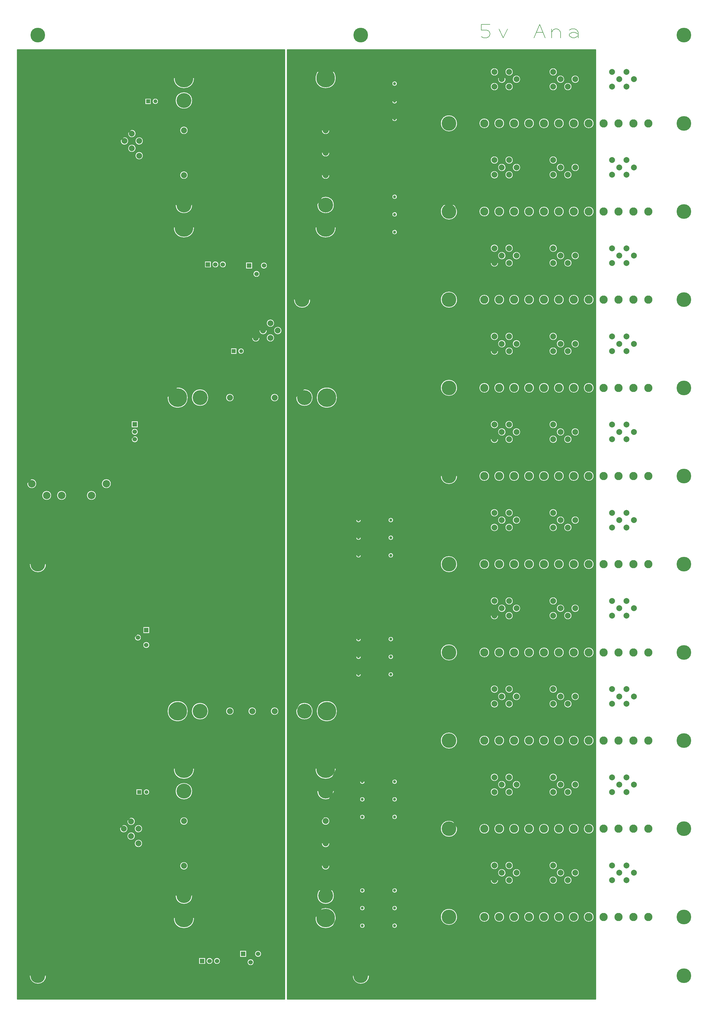
<source format=gbr>
%FSLAX23Y23*%
%MOIN*%
G04 EasyPC Gerber Version 18.0.6 Build 3620 *
%ADD20R,0.05200X0.05200*%
%ADD90R,0.06000X0.06000*%
%ADD16C,0.00500*%
%ADD10C,0.01200*%
%ADD27C,0.04000*%
%ADD21C,0.05200*%
%ADD88C,0.05906*%
%ADD91C,0.06000*%
%ADD23C,0.07874*%
%ADD18C,0.08000*%
%ADD15C,0.10000*%
%ADD96C,0.11000*%
%ADD17C,0.19685*%
%ADD19C,0.20000*%
%ADD89C,0.25000*%
X0Y0D02*
D02*
D10*
X124Y85D02*
X3707D01*
Y12801*
X124*
Y85*
X285Y400D02*
G75*
G02X514I114D01*
G01*
G75*
G02X285I-114*
G01*
Y5912D02*
G75*
G02X514I114D01*
G01*
G75*
G02X285I-114*
G01*
X318Y7056D02*
G75*
G02Y6924J-66D01*
G01*
G75*
G02Y7056J66*
G01*
X518Y6899D02*
G75*
G02Y6767J-66D01*
G01*
G75*
G02Y6899J66*
G01*
X718D02*
G75*
G02Y6767J-66D01*
G01*
G75*
G02Y6899J66*
G01*
X1118D02*
G75*
G02Y6767J-66D01*
G01*
G75*
G02Y6899J66*
G01*
X1318Y7056D02*
G75*
G02Y6924J-66D01*
G01*
G75*
G02Y7056J66*
G01*
X1551Y2313D02*
G75*
G02Y2424J55D01*
G01*
G75*
G02Y2313J-55*
G01*
X1561Y11525D02*
G75*
G02Y11636J55D01*
G01*
G75*
G02Y11525J-55*
G01*
X1650Y2214D02*
G75*
G02Y2325J55D01*
G01*
G75*
G02Y2214J-55*
G01*
Y2411D02*
G75*
G02Y2522J55D01*
G01*
G75*
G02Y2411J-55*
G01*
X1653Y7831D02*
X1745D01*
Y7739*
X1653*
Y7831*
X1660Y11427D02*
G75*
G02Y11538J55D01*
G01*
G75*
G02Y11427J-55*
G01*
Y11624D02*
G75*
G02Y11735J55D01*
G01*
G75*
G02Y11624J-55*
G01*
X1699Y7631D02*
G75*
G02Y7539J-46D01*
G01*
G75*
G02Y7631J46*
G01*
Y7731D02*
G75*
G02Y7639J-46D01*
G01*
G75*
G02Y7731J46*
G01*
X1716Y2818D02*
Y2902D01*
X1800*
Y2818*
X1716*
X1741Y4975D02*
G75*
G02Y4883J-46D01*
G01*
G75*
G02Y4975J46*
G01*
X1748Y2116D02*
G75*
G02Y2227J55D01*
G01*
G75*
G02Y2116J-55*
G01*
Y2313D02*
G75*
G02Y2424J55D01*
G01*
G75*
G02Y2313J-55*
G01*
X1758Y11329D02*
G75*
G02Y11439J55D01*
G01*
G75*
G02Y11329J-55*
G01*
Y11525D02*
G75*
G02Y11636J55D01*
G01*
G75*
G02Y11525J-55*
G01*
X1807Y5075D02*
X1899D01*
Y4983*
X1807*
Y5075*
X1835Y12070D02*
Y12154D01*
X1919*
Y12070*
X1835*
X1853Y4875D02*
G75*
G02Y4783J-46D01*
G01*
G75*
G02Y4875J46*
G01*
X1898Y2860D02*
G75*
G02X1814I-42D01*
G01*
G75*
G02X1898I42*
G01*
X2017Y12112D02*
G75*
G02X1933I-42D01*
G01*
G75*
G02X2017I42*
G01*
X2217Y1171D02*
G75*
G02X2499I141D01*
G01*
G75*
G02X2217I-141*
G01*
Y3171D02*
G75*
G02X2499I141D01*
G01*
G75*
G02X2217I-141*
G01*
Y10423D02*
G75*
G02X2499I141D01*
G01*
G75*
G02X2217I-141*
G01*
Y12423D02*
G75*
G02X2499I141D01*
G01*
G75*
G02X2217I-141*
G01*
X2242Y1471D02*
G75*
G02X2474I116D01*
G01*
G75*
G02X2242I-116*
G01*
Y2871D02*
G75*
G02X2474I116D01*
G01*
G75*
G02X2242I-116*
G01*
Y10723D02*
G75*
G02X2474I116D01*
G01*
G75*
G02X2242I-116*
G01*
Y12123D02*
G75*
G02X2474I116D01*
G01*
G75*
G02X2242I-116*
G01*
X2274Y4084D02*
G75*
G02Y3802J-141D01*
G01*
G75*
G02Y4084J141*
G01*
Y8284D02*
G75*
G02Y8002J-141D01*
G01*
G75*
G02Y8284J141*
G01*
X2302Y1871D02*
G75*
G02X2414I56D01*
G01*
G75*
G02X2302I-56*
G01*
Y2471D02*
G75*
G02X2414I56D01*
G01*
G75*
G02X2302I-56*
G01*
Y11123D02*
G75*
G02X2414I56D01*
G01*
G75*
G02X2302I-56*
G01*
Y11723D02*
G75*
G02X2414I56D01*
G01*
G75*
G02X2302I-56*
G01*
X2555Y551D02*
Y643D01*
X2647*
Y551*
X2555*
X2574Y4059D02*
G75*
G02Y3827J-116D01*
G01*
G75*
G02Y4059J116*
G01*
Y8259D02*
G75*
G02Y8027J-116D01*
G01*
G75*
G02Y8259J116*
G01*
X2634Y9881D02*
Y9973D01*
X2726*
Y9881*
X2634*
X2655Y597D02*
G75*
G02X2747I46D01*
G01*
G75*
G02X2655I-46*
G01*
X2734Y9927D02*
G75*
G02X2826I46D01*
G01*
G75*
G02X2734I-46*
G01*
X2755Y597D02*
G75*
G02X2847I46D01*
G01*
G75*
G02X2755I-46*
G01*
X2834Y9927D02*
G75*
G02X2926I46D01*
G01*
G75*
G02X2834I-46*
G01*
X2974Y3999D02*
G75*
G02Y3887J-56D01*
G01*
G75*
G02Y3999J56*
G01*
Y8199D02*
G75*
G02Y8087J-56D01*
G01*
G75*
G02Y8199J56*
G01*
X2984Y8724D02*
Y8808D01*
X3068*
Y8724*
X2984*
X3106Y646D02*
Y738D01*
X3198*
Y646*
X3106*
X3166Y8766D02*
G75*
G02X3082I-42D01*
G01*
G75*
G02X3166I42*
G01*
X3185Y9866D02*
Y9958D01*
X3277*
Y9866*
X3185*
X3206Y580D02*
G75*
G02X3298I46D01*
G01*
G75*
G02X3206I-46*
G01*
X3266Y8943D02*
G75*
G02X3377I55D01*
G01*
G75*
G02X3266I-55*
G01*
X3274Y3999D02*
G75*
G02Y3887J-56D01*
G01*
G75*
G02Y3999J56*
G01*
X3285Y9800D02*
G75*
G02X3377I46D01*
G01*
G75*
G02X3285I-46*
G01*
X3306Y692D02*
G75*
G02X3398I46D01*
G01*
G75*
G02X3306I-46*
G01*
X3364Y9041D02*
G75*
G02X3475I55D01*
G01*
G75*
G02X3364I-55*
G01*
X3385Y9912D02*
G75*
G02X3477I46D01*
G01*
G75*
G02X3385I-46*
G01*
X3463Y8943D02*
G75*
G02X3573I55D01*
G01*
G75*
G02X3463I-55*
G01*
Y9140D02*
G75*
G02X3573I55D01*
G01*
G75*
G02X3463I-55*
G01*
X3561Y9041D02*
G75*
G02X3672I55D01*
G01*
G75*
G02X3561I-55*
G01*
X3574Y3999D02*
G75*
G02Y3887J-56D01*
G01*
G75*
G02Y3999J56*
G01*
Y8199D02*
G75*
G02Y8087J-56D01*
G01*
G75*
G02Y8199J56*
G01*
X124Y400D02*
G36*
Y85D01*
X3707*
Y400*
X514*
G75*
G02X285I-114*
G01*
X124*
G37*
X285D02*
G36*
G75*
G02X514I114D01*
G01*
X3707*
Y597*
X3295*
G75*
G02X3298Y580I-43J-17*
G01*
G75*
G02X3206I-46*
G01*
G75*
G02X3210Y597I46J0*
G01*
X2847*
G75*
G02X2755I-46*
G01*
X2747*
G75*
G02X2655I-46*
G01*
X2647*
Y551*
X2555*
Y597*
X124*
Y400*
X285*
G37*
X124Y5912D02*
G36*
Y5029D01*
X1807*
Y5075*
X1899*
Y5029*
X3707*
Y5912*
X514*
G75*
G02X285I-114*
G01*
X124*
G37*
X285D02*
G36*
G75*
G02X514I114D01*
G01*
X3707*
Y6833*
X1184*
G75*
G02X1118Y6767I-66*
G01*
G75*
G02X1052Y6833J66*
G01*
X784*
G75*
G02X718Y6767I-66*
G01*
G75*
G02X652Y6833J66*
G01*
X584*
G75*
G02X518Y6767I-66*
G01*
G75*
G02X452Y6833J66*
G01*
X124*
Y5912*
X285*
G37*
X124Y6990D02*
G36*
Y6833D01*
X452*
G75*
G02X518Y6899I66*
G01*
G75*
G02X584Y6833J-66*
G01*
X652*
G75*
G02X718Y6899I66*
G01*
G75*
G02X784Y6833J-66*
G01*
X1052*
G75*
G02X1118Y6899I66*
G01*
G75*
G02X1184Y6833J-66*
G01*
X3707*
Y6990*
X1384*
G75*
G02X1318Y6924I-66*
G01*
G75*
G02X1252Y6990J66*
G01*
X384*
G75*
G02X318Y6924I-66*
G01*
G75*
G02X252Y6990J66*
G01*
X124*
G37*
X252D02*
G36*
G75*
G02X318Y7056I66D01*
G01*
G75*
G02X384Y6990J-66*
G01*
X1252*
G75*
G02X1318Y7056I66*
G01*
G75*
G02X1384Y6990J-66*
G01*
X3707*
Y7585*
X1745*
G75*
G02X1699Y7539I-46*
G01*
G75*
G02X1653Y7585J46*
G01*
X124*
Y6990*
X252*
G37*
X124Y2368D02*
G36*
Y2270D01*
X1594*
G75*
G02X1650Y2325I55*
G01*
G75*
G02X1705Y2270J-55*
G01*
X3707*
Y2368*
X1803*
G75*
G02X1748Y2313I-55*
G01*
G75*
G02X1693Y2368J55*
G01*
X1607*
G75*
G02X1551Y2313I-55*
G01*
G75*
G02X1496Y2368J55*
G01*
X124*
G37*
X1496D02*
G36*
G75*
G02X1551Y2424I55D01*
G01*
G75*
G02X1607Y2368J-55*
G01*
X1693*
G75*
G02X1748Y2424I55*
G01*
G75*
G02X1803Y2368J-55*
G01*
X3707*
Y2467*
X2414*
G75*
G02X2302I-56J5*
G01*
X1705*
G75*
G02X1650Y2411I-55*
G01*
G75*
G02X1594Y2467J55*
G01*
X124*
Y2368*
X1496*
G37*
X124Y11581D02*
G36*
Y11482D01*
X1604*
G75*
G02X1660Y11538I55*
G01*
G75*
G02X1715Y11482J-55*
G01*
X3707*
Y11581*
X1813*
G75*
G02X1758Y11525I-55*
G01*
G75*
G02X1703Y11581J55*
G01*
X1616*
G75*
G02X1561Y11525I-55*
G01*
G75*
G02X1506Y11581J55*
G01*
X124*
G37*
X1506D02*
G36*
G75*
G02X1561Y11636I55D01*
G01*
G75*
G02X1616Y11581J-55*
G01*
X1703*
G75*
G02X1758Y11636I55*
G01*
G75*
G02X1813Y11581J-55*
G01*
X3707*
Y11679*
X2392*
G75*
G02X2323I-35J44*
G01*
X1715*
G75*
G02X1660Y11624I-55*
G01*
G75*
G02X1604Y11679J55*
G01*
X124*
Y11581*
X1506*
G37*
X124Y2270D02*
G36*
Y2171D01*
X1693*
G75*
G02X1748Y2227I55*
G01*
G75*
G02X1803Y2171J-55*
G01*
X3707*
Y2270*
X1705*
G75*
G02X1650Y2214I-55*
G01*
G75*
G02X1594Y2270J55*
G01*
X124*
G37*
X1594Y2467D02*
G36*
G75*
G02X1650Y2522I55D01*
G01*
G75*
G02X1705Y2467J-55*
G01*
X2302*
G75*
G02X2302Y2471I56J5*
G01*
G75*
G02X2414I56*
G01*
G75*
G02X2414Y2467I-56J0*
G01*
X3707*
Y2860*
X2473*
G75*
G02X2242I-115J11*
G01*
X1898*
G75*
G02X1814I-42*
G01*
X1800*
Y2818*
X1716*
Y2860*
X124*
Y2467*
X1594*
G37*
X124Y7785D02*
G36*
Y7685D01*
X1653*
G75*
G02X1699Y7731I46*
G01*
G75*
G02X1745Y7685J-46*
G01*
X3707*
Y7785*
X1745*
Y7739*
X1653*
Y7785*
X124*
G37*
X1653D02*
G36*
Y7831D01*
X1745*
Y7785*
X3707*
Y8143*
X3630*
G75*
G02X3574Y8087I-56*
G01*
G75*
G02X3518Y8143J56*
G01*
X3030*
G75*
G02X2974Y8087I-56*
G01*
G75*
G02X2918Y8143J56*
G01*
X2690*
G75*
G02X2574Y8027I-116*
G01*
G75*
G02X2458Y8143J116*
G01*
X2415*
G75*
G02X2274Y8002I-141*
G01*
G75*
G02X2133Y8143J141*
G01*
X124*
Y7785*
X1653*
G37*
X124Y11482D02*
G36*
Y11384D01*
X1703*
G75*
G02X1758Y11439I55*
G01*
G75*
G02X1813Y11384J-55*
G01*
X3707*
Y11482*
X1715*
G75*
G02X1660Y11427I-55*
G01*
G75*
G02X1604Y11482J55*
G01*
X124*
G37*
X1604Y11679D02*
G36*
G75*
G02X1660Y11735I55D01*
G01*
G75*
G02X1715Y11679J-55*
G01*
X2323*
G75*
G02X2302Y11723I35J44*
G01*
G75*
G02X2414I56*
G01*
G75*
G02X2392Y11679I-56*
G01*
X3707*
Y12112*
X2473*
G75*
G02X2242I-115J11*
G01*
X2017*
G75*
G02X1933I-42*
G01*
X1919*
Y12070*
X1835*
Y12112*
X124*
Y11679*
X1604*
G37*
X1653Y7585D02*
G36*
G75*
G02X1699Y7631I46D01*
G01*
G75*
G02X1745Y7585J-46*
G01*
X3707*
Y7685*
X1745*
G75*
G02X1699Y7639I-46*
G01*
G75*
G02X1653Y7685J46*
G01*
X124*
Y7585*
X1653*
G37*
X1716Y2860D02*
G36*
Y2902D01*
X1800*
Y2860*
X1814*
G75*
G02X1898I42*
G01*
X2242*
G75*
G02X2242Y2871I115J11*
G01*
G75*
G02X2474I116*
G01*
G75*
G02X2473Y2860I-116J0*
G01*
X3707*
Y3171*
X2499*
G75*
G02X2217I-141*
G01*
X124*
Y2860*
X1716*
G37*
X124Y4929D02*
G36*
Y4829D01*
X1807*
G75*
G02X1853Y4875I46*
G01*
G75*
G02X1899Y4829J-46*
G01*
X3707*
Y4929*
X1787*
G75*
G02X1741Y4883I-46*
G01*
G75*
G02X1695Y4929J46*
G01*
X124*
G37*
X1695D02*
G36*
G75*
G02X1741Y4975I46D01*
G01*
G75*
G02X1787Y4929J-46*
G01*
X3707*
Y5029*
X1899*
Y4983*
X1807*
Y5029*
X124*
Y4929*
X1695*
G37*
X124Y2171D02*
G36*
Y1871D01*
X2302*
G75*
G02X2414I56*
G01*
X3707*
Y2171*
X1803*
G75*
G02X1748Y2116I-55*
G01*
G75*
G02X1693Y2171J55*
G01*
X124*
G37*
Y11384D02*
G36*
Y11123D01*
X2302*
G75*
G02X2414I56*
G01*
X3707*
Y11384*
X1813*
G75*
G02X1758Y11329I-55*
G01*
G75*
G02X1703Y11384J55*
G01*
X124*
G37*
X1835Y12112D02*
G36*
Y12154D01*
X1919*
Y12112*
X1933*
G75*
G02X2017I42*
G01*
X2242*
G75*
G02X2242Y12123I115J11*
G01*
G75*
G02X2474I116*
G01*
G75*
G02X2473Y12112I-116J0*
G01*
X3707*
Y12423*
X2499*
G75*
G02X2217I-141*
G01*
X124*
Y12112*
X1835*
G37*
X124Y4829D02*
G36*
Y3943D01*
X2133*
G75*
G02X2274Y4084I141*
G01*
G75*
G02X2415Y3943J-141*
G01*
X2458*
G75*
G02X2574Y4059I116*
G01*
G75*
G02X2690Y3943J-116*
G01*
X2918*
G75*
G02X2974Y3999I56*
G01*
G75*
G02X3030Y3943J-56*
G01*
X3218*
G75*
G02X3274Y3999I56*
G01*
G75*
G02X3330Y3943J-56*
G01*
X3518*
G75*
G02X3574Y3999I56*
G01*
G75*
G02X3630Y3943J-56*
G01*
X3707*
Y4829*
X1899*
G75*
G02X1853Y4783I-46*
G01*
G75*
G02X1807Y4829J46*
G01*
X124*
G37*
Y1171D02*
G36*
Y692D01*
X3106*
Y738*
X3198*
Y692*
X3306*
G75*
G02X3398I46*
G01*
X3707*
Y1171*
X2499*
G75*
G02X2217I-141*
G01*
X124*
G37*
X2217D02*
G36*
G75*
G02X2499I141D01*
G01*
X3707*
Y1471*
X2474*
G75*
G02X2242I-116*
G01*
X124*
Y1171*
X2217*
G37*
Y3171D02*
G36*
G75*
G02X2499I141D01*
G01*
X3707*
Y3943*
X3630*
G75*
G02X3574Y3887I-56*
G01*
G75*
G02X3518Y3943J56*
G01*
X3330*
G75*
G02X3274Y3887I-56*
G01*
G75*
G02X3218Y3943J56*
G01*
X3030*
G75*
G02X2974Y3887I-56*
G01*
G75*
G02X2918Y3943J56*
G01*
X2690*
G75*
G02X2574Y3827I-116*
G01*
G75*
G02X2458Y3943J116*
G01*
X2415*
G75*
G02X2274Y3802I-141*
G01*
G75*
G02X2133Y3943J141*
G01*
X124*
Y3171*
X2217*
G37*
X124Y10423D02*
G36*
Y9927D01*
X2634*
Y9973*
X2726*
Y9927*
X2734*
G75*
G02X2826I46*
G01*
X2834*
G75*
G02X2926I46*
G01*
X3185*
Y9958*
X3277*
Y9927*
X3388*
G75*
G02X3475I43J-15*
G01*
X3707*
Y10423*
X2499*
G75*
G02X2217I-141*
G01*
X124*
G37*
X2217D02*
G36*
G75*
G02X2499I141D01*
G01*
X3707*
Y10723*
X2474*
G75*
G02X2242I-116*
G01*
X124*
Y10423*
X2217*
G37*
Y12423D02*
G36*
G75*
G02X2499I141D01*
G01*
X3707*
Y12801*
X124*
Y12423*
X2217*
G37*
X2242Y1471D02*
G36*
G75*
G02X2474I116D01*
G01*
X3707*
Y1871*
X2414*
G75*
G02X2302I-56*
G01*
X124*
Y1471*
X2242*
G37*
Y10723D02*
G36*
G75*
G02X2474I116D01*
G01*
X3707*
Y11123*
X2414*
G75*
G02X2302I-56*
G01*
X124*
Y10723*
X2242*
G37*
X2133Y8143D02*
G36*
G75*
G02X2274Y8284I141D01*
G01*
G75*
G02X2415Y8143J-141*
G01*
X2458*
G75*
G02X2574Y8259I116*
G01*
G75*
G02X2690Y8143J-116*
G01*
X2918*
G75*
G02X2974Y8199I56*
G01*
G75*
G02X3030Y8143J-56*
G01*
X3518*
G75*
G02X3574Y8199I56*
G01*
G75*
G02X3630Y8143J-56*
G01*
X3707*
Y8766*
X3166*
G75*
G02X3082I-42*
G01*
X3068*
Y8724*
X2984*
Y8766*
X124*
Y8143*
X2133*
G37*
X2555Y597D02*
G36*
Y643D01*
X2647*
Y597*
X2655*
G75*
G02X2747I46*
G01*
X2755*
G75*
G02X2847I46*
G01*
X3210*
G75*
G02X3295I43J-17*
G01*
X3707*
Y692*
X3398*
G75*
G02X3306I-46*
G01*
X3198*
Y646*
X3106*
Y692*
X124*
Y597*
X2555*
G37*
X124Y9927D02*
G36*
Y9800D01*
X3285*
G75*
G02X3377I46*
G01*
X3707*
Y9927*
X3475*
G75*
G02X3477Y9912I-43J-15*
G01*
G75*
G02X3385I-46*
G01*
G75*
G02X3388Y9927I46J0*
G01*
X3277*
Y9866*
X3185*
Y9927*
X2926*
G75*
G02X2834I-46*
G01*
X2826*
G75*
G02X2734I-46*
G01*
X2726*
Y9881*
X2634*
Y9927*
X124*
G37*
X2984Y8766D02*
G36*
Y8808D01*
X3068*
Y8766*
X3082*
G75*
G02X3166I42*
G01*
X3707*
Y8943*
X3573*
G75*
G02X3463I-55*
G01*
X3377*
G75*
G02X3266I-55*
G01*
X124*
Y8766*
X2984*
G37*
X3266Y8943D02*
G36*
G75*
G02X3377I55D01*
G01*
X3463*
G75*
G02X3573I55*
G01*
X3707*
Y9041*
X3672*
G75*
G02X3561I-55*
G01*
X3475*
G75*
G02X3364I-55*
G01*
X124*
Y8943*
X3266*
G37*
X124Y9800D02*
G36*
Y9140D01*
X3463*
G75*
G02X3573I55*
G01*
X3707*
Y9800*
X3377*
G75*
G02X3285I-46*
G01*
X124*
G37*
X3364Y9041D02*
G36*
G75*
G02X3475I55D01*
G01*
X3561*
G75*
G02X3672I55*
G01*
X3707*
Y9140*
X3573*
G75*
G02X3463I-55*
G01*
X124*
Y9041*
X3364*
G37*
X7880Y12801D02*
X3746D01*
Y85*
X7880*
Y12801*
X3829Y9455D02*
G75*
G02X4057I114D01*
G01*
G75*
G02X3829I-114*
G01*
X3974Y4059D02*
G75*
G02Y3827J-116D01*
G01*
G75*
G02Y4059J116*
G01*
Y8259D02*
G75*
G02Y8027J-116D01*
G01*
G75*
G02Y8259J116*
G01*
X4117Y1171D02*
G75*
G02X4399I141D01*
G01*
G75*
G02X4117I-141*
G01*
Y3171D02*
G75*
G02X4399I141D01*
G01*
G75*
G02X4117I-141*
G01*
Y10423D02*
G75*
G02X4399I141D01*
G01*
G75*
G02X4117I-141*
G01*
Y12423D02*
G75*
G02X4399I141D01*
G01*
G75*
G02X4117I-141*
G01*
X4142Y1471D02*
G75*
G02X4374I116D01*
G01*
G75*
G02X4142I-116*
G01*
Y2871D02*
G75*
G02X4374I116D01*
G01*
G75*
G02X4142I-116*
G01*
Y10723D02*
G75*
G02X4374I116D01*
G01*
G75*
G02X4142I-116*
G01*
X4202Y1871D02*
G75*
G02X4314I56D01*
G01*
G75*
G02X4202I-56*
G01*
Y2171D02*
G75*
G02X4314I56D01*
G01*
G75*
G02X4202I-56*
G01*
Y2471D02*
G75*
G02X4314I56D01*
G01*
G75*
G02X4202I-56*
G01*
Y11123D02*
G75*
G02X4314I56D01*
G01*
G75*
G02X4202I-56*
G01*
Y11423D02*
G75*
G02X4314I56D01*
G01*
G75*
G02X4202I-56*
G01*
Y11723D02*
G75*
G02X4314I56D01*
G01*
G75*
G02X4202I-56*
G01*
X4274Y4084D02*
G75*
G02Y3802J-141D01*
G01*
G75*
G02Y4084J141*
G01*
Y8284D02*
G75*
G02Y8002J-141D01*
G01*
G75*
G02Y8284J141*
G01*
X4616Y400D02*
G75*
G02X4845I114D01*
G01*
G75*
G02X4616I-114*
G01*
X4663Y4435D02*
G75*
G02X4735I36D01*
G01*
G75*
G02X4663I-36*
G01*
Y4671D02*
G75*
G02X4735I36D01*
G01*
G75*
G02X4663I-36*
G01*
Y4908D02*
G75*
G02X4735I36D01*
G01*
G75*
G02X4663I-36*
G01*
Y6030D02*
G75*
G02X4735I36D01*
G01*
G75*
G02X4663I-36*
G01*
Y6266D02*
G75*
G02X4735I36D01*
G01*
G75*
G02X4663I-36*
G01*
Y6502D02*
G75*
G02X4735I36D01*
G01*
G75*
G02X4663I-36*
G01*
X4714Y1069D02*
G75*
G02X4786I36D01*
G01*
G75*
G02X4714I-36*
G01*
Y1305D02*
G75*
G02X4786I36D01*
G01*
G75*
G02X4714I-36*
G01*
Y1541D02*
G75*
G02X4786I36D01*
G01*
G75*
G02X4714I-36*
G01*
Y2526D02*
G75*
G02X4786I36D01*
G01*
G75*
G02X4714I-36*
G01*
Y2762D02*
G75*
G02X4786I36D01*
G01*
G75*
G02X4714I-36*
G01*
Y2998D02*
G75*
G02X4786I36D01*
G01*
G75*
G02X4714I-36*
G01*
X5096Y4435D02*
G75*
G02X5168I36D01*
G01*
G75*
G02X5096I-36*
G01*
Y4671D02*
G75*
G02X5168I36D01*
G01*
G75*
G02X5096I-36*
G01*
Y4908D02*
G75*
G02X5168I36D01*
G01*
G75*
G02X5096I-36*
G01*
Y6030D02*
G75*
G02X5168I36D01*
G01*
G75*
G02X5096I-36*
G01*
Y6266D02*
G75*
G02X5168I36D01*
G01*
G75*
G02X5096I-36*
G01*
Y6502D02*
G75*
G02X5168I36D01*
G01*
G75*
G02X5096I-36*
G01*
X5147Y1069D02*
G75*
G02X5219I36D01*
G01*
G75*
G02X5147I-36*
G01*
Y1305D02*
G75*
G02X5219I36D01*
G01*
G75*
G02X5147I-36*
G01*
Y1541D02*
G75*
G02X5219I36D01*
G01*
G75*
G02X5147I-36*
G01*
Y2526D02*
G75*
G02X5219I36D01*
G01*
G75*
G02X5147I-36*
G01*
Y2762D02*
G75*
G02X5219I36D01*
G01*
G75*
G02X5147I-36*
G01*
Y2998D02*
G75*
G02X5219I36D01*
G01*
G75*
G02X5147I-36*
G01*
Y10360D02*
G75*
G02X5219I36D01*
G01*
G75*
G02X5147I-36*
G01*
Y10597D02*
G75*
G02X5219I36D01*
G01*
G75*
G02X5147I-36*
G01*
Y10833D02*
G75*
G02X5219I36D01*
G01*
G75*
G02X5147I-36*
G01*
Y11876D02*
G75*
G02X5219I36D01*
G01*
G75*
G02X5147I-36*
G01*
Y12112D02*
G75*
G02X5219I36D01*
G01*
G75*
G02X5147I-36*
G01*
Y12349D02*
G75*
G02X5219I36D01*
G01*
G75*
G02X5147I-36*
G01*
X5797Y1187D02*
G75*
G02X6026I114D01*
G01*
G75*
G02X5797I-114*
G01*
Y2368D02*
G75*
G02X6026I114D01*
G01*
G75*
G02X5797I-114*
G01*
Y3549D02*
G75*
G02X6026I114D01*
G01*
G75*
G02X5797I-114*
G01*
Y4730D02*
G75*
G02X6026I114D01*
G01*
G75*
G02X5797I-114*
G01*
Y5912D02*
G75*
G02X6026I114D01*
G01*
G75*
G02X5797I-114*
G01*
Y7093D02*
G75*
G02X6026I114D01*
G01*
G75*
G02X5797I-114*
G01*
Y8274D02*
G75*
G02X6026I114D01*
G01*
G75*
G02X5797I-114*
G01*
Y9455D02*
G75*
G02X6026I114D01*
G01*
G75*
G02X5797I-114*
G01*
Y10636D02*
G75*
G02X6026I114D01*
G01*
G75*
G02X5797I-114*
G01*
Y11817D02*
G75*
G02X6026I114D01*
G01*
G75*
G02X5797I-114*
G01*
X6386Y1116D02*
G75*
G02Y1258J71D01*
G01*
G75*
G02Y1116J-71*
G01*
Y2297D02*
G75*
G02Y2439J71D01*
G01*
G75*
G02Y2297J-71*
G01*
Y3478D02*
G75*
G02Y3620J71D01*
G01*
G75*
G02Y3478J-71*
G01*
Y4659D02*
G75*
G02Y4801J71D01*
G01*
G75*
G02Y4659J-71*
G01*
Y5841D02*
G75*
G02Y5983J71D01*
G01*
G75*
G02Y5841J-71*
G01*
Y7022D02*
G75*
G02Y7164J71D01*
G01*
G75*
G02Y7022J-71*
G01*
Y8203D02*
G75*
G02Y8345J71D01*
G01*
G75*
G02Y8203J-71*
G01*
Y9384D02*
G75*
G02Y9526J71D01*
G01*
G75*
G02Y9384J-71*
G01*
Y10565D02*
G75*
G02Y10707J71D01*
G01*
G75*
G02Y10565J-71*
G01*
Y11746D02*
G75*
G02Y11888J71D01*
G01*
G75*
G02Y11746J-71*
G01*
X6466Y1679D02*
G75*
G02X6577I55D01*
G01*
G75*
G02X6466I-55*
G01*
Y1876D02*
G75*
G02X6577I55D01*
G01*
G75*
G02X6466I-55*
G01*
Y2860D02*
G75*
G02X6577I55D01*
G01*
G75*
G02X6466I-55*
G01*
Y3057D02*
G75*
G02X6577I55D01*
G01*
G75*
G02X6466I-55*
G01*
Y4041D02*
G75*
G02X6577I55D01*
G01*
G75*
G02X6466I-55*
G01*
Y4238D02*
G75*
G02X6577I55D01*
G01*
G75*
G02X6466I-55*
G01*
Y5223D02*
G75*
G02X6577I55D01*
G01*
G75*
G02X6466I-55*
G01*
Y5419D02*
G75*
G02X6577I55D01*
G01*
G75*
G02X6466I-55*
G01*
Y6404D02*
G75*
G02X6577I55D01*
G01*
G75*
G02X6466I-55*
G01*
Y6600D02*
G75*
G02X6577I55D01*
G01*
G75*
G02X6466I-55*
G01*
Y7585D02*
G75*
G02X6577I55D01*
G01*
G75*
G02X6466I-55*
G01*
Y7782D02*
G75*
G02X6577I55D01*
G01*
G75*
G02X6466I-55*
G01*
Y8766D02*
G75*
G02X6577I55D01*
G01*
G75*
G02X6466I-55*
G01*
Y8963D02*
G75*
G02X6577I55D01*
G01*
G75*
G02X6466I-55*
G01*
Y9947D02*
G75*
G02X6577I55D01*
G01*
G75*
G02X6466I-55*
G01*
Y10144D02*
G75*
G02X6577I55D01*
G01*
G75*
G02X6466I-55*
G01*
Y11128D02*
G75*
G02X6577I55D01*
G01*
G75*
G02X6466I-55*
G01*
Y11325D02*
G75*
G02X6577I55D01*
G01*
G75*
G02X6466I-55*
G01*
Y12309D02*
G75*
G02X6577I55D01*
G01*
G75*
G02X6466I-55*
G01*
Y12506D02*
G75*
G02X6577I55D01*
G01*
G75*
G02X6466I-55*
G01*
X6565Y1778D02*
G75*
G02X6676I55D01*
G01*
G75*
G02X6565I-55*
G01*
Y2959D02*
G75*
G02X6676I55D01*
G01*
G75*
G02X6565I-55*
G01*
Y4140D02*
G75*
G02X6676I55D01*
G01*
G75*
G02X6565I-55*
G01*
Y5321D02*
G75*
G02X6676I55D01*
G01*
G75*
G02X6565I-55*
G01*
Y6502D02*
G75*
G02X6676I55D01*
G01*
G75*
G02X6565I-55*
G01*
Y7683D02*
G75*
G02X6676I55D01*
G01*
G75*
G02X6565I-55*
G01*
Y8864D02*
G75*
G02X6676I55D01*
G01*
G75*
G02X6565I-55*
G01*
Y10045D02*
G75*
G02X6676I55D01*
G01*
G75*
G02X6565I-55*
G01*
Y11226D02*
G75*
G02X6676I55D01*
G01*
G75*
G02X6565I-55*
G01*
Y12408D02*
G75*
G02X6676I55D01*
G01*
G75*
G02X6565I-55*
G01*
X6586Y1116D02*
G75*
G02Y1258J71D01*
G01*
G75*
G02Y1116J-71*
G01*
Y2297D02*
G75*
G02Y2439J71D01*
G01*
G75*
G02Y2297J-71*
G01*
Y3478D02*
G75*
G02Y3620J71D01*
G01*
G75*
G02Y3478J-71*
G01*
Y4659D02*
G75*
G02Y4801J71D01*
G01*
G75*
G02Y4659J-71*
G01*
Y5841D02*
G75*
G02Y5983J71D01*
G01*
G75*
G02Y5841J-71*
G01*
Y7022D02*
G75*
G02Y7164J71D01*
G01*
G75*
G02Y7022J-71*
G01*
Y8203D02*
G75*
G02Y8345J71D01*
G01*
G75*
G02Y8203J-71*
G01*
Y9384D02*
G75*
G02Y9526J71D01*
G01*
G75*
G02Y9384J-71*
G01*
Y10565D02*
G75*
G02Y10707J71D01*
G01*
G75*
G02Y10565J-71*
G01*
Y11746D02*
G75*
G02Y11888J71D01*
G01*
G75*
G02Y11746J-71*
G01*
X6663Y1679D02*
G75*
G02X6774I55D01*
G01*
G75*
G02X6663I-55*
G01*
Y1876D02*
G75*
G02X6774I55D01*
G01*
G75*
G02X6663I-55*
G01*
Y2860D02*
G75*
G02X6774I55D01*
G01*
G75*
G02X6663I-55*
G01*
Y3057D02*
G75*
G02X6774I55D01*
G01*
G75*
G02X6663I-55*
G01*
Y4041D02*
G75*
G02X6774I55D01*
G01*
G75*
G02X6663I-55*
G01*
Y4238D02*
G75*
G02X6774I55D01*
G01*
G75*
G02X6663I-55*
G01*
Y5223D02*
G75*
G02X6774I55D01*
G01*
G75*
G02X6663I-55*
G01*
Y5419D02*
G75*
G02X6774I55D01*
G01*
G75*
G02X6663I-55*
G01*
Y6404D02*
G75*
G02X6774I55D01*
G01*
G75*
G02X6663I-55*
G01*
Y6600D02*
G75*
G02X6774I55D01*
G01*
G75*
G02X6663I-55*
G01*
Y7585D02*
G75*
G02X6774I55D01*
G01*
G75*
G02X6663I-55*
G01*
Y7782D02*
G75*
G02X6774I55D01*
G01*
G75*
G02X6663I-55*
G01*
Y8766D02*
G75*
G02X6774I55D01*
G01*
G75*
G02X6663I-55*
G01*
Y8963D02*
G75*
G02X6774I55D01*
G01*
G75*
G02X6663I-55*
G01*
Y9947D02*
G75*
G02X6774I55D01*
G01*
G75*
G02X6663I-55*
G01*
Y10144D02*
G75*
G02X6774I55D01*
G01*
G75*
G02X6663I-55*
G01*
Y11128D02*
G75*
G02X6774I55D01*
G01*
G75*
G02X6663I-55*
G01*
Y11325D02*
G75*
G02X6774I55D01*
G01*
G75*
G02X6663I-55*
G01*
Y12309D02*
G75*
G02X6774I55D01*
G01*
G75*
G02X6663I-55*
G01*
Y12506D02*
G75*
G02X6774I55D01*
G01*
G75*
G02X6663I-55*
G01*
X6762Y1778D02*
G75*
G02X6872I55D01*
G01*
G75*
G02X6762I-55*
G01*
Y2959D02*
G75*
G02X6872I55D01*
G01*
G75*
G02X6762I-55*
G01*
Y4140D02*
G75*
G02X6872I55D01*
G01*
G75*
G02X6762I-55*
G01*
Y5321D02*
G75*
G02X6872I55D01*
G01*
G75*
G02X6762I-55*
G01*
Y6502D02*
G75*
G02X6872I55D01*
G01*
G75*
G02X6762I-55*
G01*
Y7683D02*
G75*
G02X6872I55D01*
G01*
G75*
G02X6762I-55*
G01*
Y8864D02*
G75*
G02X6872I55D01*
G01*
G75*
G02X6762I-55*
G01*
Y10045D02*
G75*
G02X6872I55D01*
G01*
G75*
G02X6762I-55*
G01*
Y11226D02*
G75*
G02X6872I55D01*
G01*
G75*
G02X6762I-55*
G01*
Y12408D02*
G75*
G02X6872I55D01*
G01*
G75*
G02X6762I-55*
G01*
X6786Y1116D02*
G75*
G02Y1258J71D01*
G01*
G75*
G02Y1116J-71*
G01*
Y2297D02*
G75*
G02Y2439J71D01*
G01*
G75*
G02Y2297J-71*
G01*
Y3478D02*
G75*
G02Y3620J71D01*
G01*
G75*
G02Y3478J-71*
G01*
Y4659D02*
G75*
G02Y4801J71D01*
G01*
G75*
G02Y4659J-71*
G01*
Y5841D02*
G75*
G02Y5983J71D01*
G01*
G75*
G02Y5841J-71*
G01*
Y7022D02*
G75*
G02Y7164J71D01*
G01*
G75*
G02Y7022J-71*
G01*
Y8203D02*
G75*
G02Y8345J71D01*
G01*
G75*
G02Y8203J-71*
G01*
Y9384D02*
G75*
G02Y9526J71D01*
G01*
G75*
G02Y9384J-71*
G01*
Y10565D02*
G75*
G02Y10707J71D01*
G01*
G75*
G02Y10565J-71*
G01*
Y11746D02*
G75*
G02Y11888J71D01*
G01*
G75*
G02Y11746J-71*
G01*
X6986Y1116D02*
G75*
G02Y1258J71D01*
G01*
G75*
G02Y1116J-71*
G01*
Y2297D02*
G75*
G02Y2439J71D01*
G01*
G75*
G02Y2297J-71*
G01*
Y3478D02*
G75*
G02Y3620J71D01*
G01*
G75*
G02Y3478J-71*
G01*
Y4659D02*
G75*
G02Y4801J71D01*
G01*
G75*
G02Y4659J-71*
G01*
Y5841D02*
G75*
G02Y5983J71D01*
G01*
G75*
G02Y5841J-71*
G01*
Y7022D02*
G75*
G02Y7164J71D01*
G01*
G75*
G02Y7022J-71*
G01*
Y8203D02*
G75*
G02Y8345J71D01*
G01*
G75*
G02Y8203J-71*
G01*
Y9384D02*
G75*
G02Y9526J71D01*
G01*
G75*
G02Y9384J-71*
G01*
Y10565D02*
G75*
G02Y10707J71D01*
G01*
G75*
G02Y10565J-71*
G01*
Y11746D02*
G75*
G02Y11888J71D01*
G01*
G75*
G02Y11746J-71*
G01*
X7186Y1116D02*
G75*
G02Y1258J71D01*
G01*
G75*
G02Y1116J-71*
G01*
Y2297D02*
G75*
G02Y2439J71D01*
G01*
G75*
G02Y2297J-71*
G01*
Y3478D02*
G75*
G02Y3620J71D01*
G01*
G75*
G02Y3478J-71*
G01*
Y4659D02*
G75*
G02Y4801J71D01*
G01*
G75*
G02Y4659J-71*
G01*
Y5841D02*
G75*
G02Y5983J71D01*
G01*
G75*
G02Y5841J-71*
G01*
Y7022D02*
G75*
G02Y7164J71D01*
G01*
G75*
G02Y7022J-71*
G01*
Y8203D02*
G75*
G02Y8345J71D01*
G01*
G75*
G02Y8203J-71*
G01*
Y9384D02*
G75*
G02Y9526J71D01*
G01*
G75*
G02Y9384J-71*
G01*
Y10565D02*
G75*
G02Y10707J71D01*
G01*
G75*
G02Y10565J-71*
G01*
Y11746D02*
G75*
G02Y11888J71D01*
G01*
G75*
G02Y11746J-71*
G01*
X7254Y1679D02*
G75*
G02X7365I55D01*
G01*
G75*
G02X7254I-55*
G01*
Y1876D02*
G75*
G02X7365I55D01*
G01*
G75*
G02X7254I-55*
G01*
Y2860D02*
G75*
G02X7365I55D01*
G01*
G75*
G02X7254I-55*
G01*
Y3057D02*
G75*
G02X7365I55D01*
G01*
G75*
G02X7254I-55*
G01*
Y4041D02*
G75*
G02X7365I55D01*
G01*
G75*
G02X7254I-55*
G01*
Y4238D02*
G75*
G02X7365I55D01*
G01*
G75*
G02X7254I-55*
G01*
Y5223D02*
G75*
G02X7365I55D01*
G01*
G75*
G02X7254I-55*
G01*
Y5419D02*
G75*
G02X7365I55D01*
G01*
G75*
G02X7254I-55*
G01*
Y6404D02*
G75*
G02X7365I55D01*
G01*
G75*
G02X7254I-55*
G01*
Y6600D02*
G75*
G02X7365I55D01*
G01*
G75*
G02X7254I-55*
G01*
Y7585D02*
G75*
G02X7365I55D01*
G01*
G75*
G02X7254I-55*
G01*
Y7782D02*
G75*
G02X7365I55D01*
G01*
G75*
G02X7254I-55*
G01*
Y8766D02*
G75*
G02X7365I55D01*
G01*
G75*
G02X7254I-55*
G01*
Y8963D02*
G75*
G02X7365I55D01*
G01*
G75*
G02X7254I-55*
G01*
Y9947D02*
G75*
G02X7365I55D01*
G01*
G75*
G02X7254I-55*
G01*
Y10144D02*
G75*
G02X7365I55D01*
G01*
G75*
G02X7254I-55*
G01*
Y11128D02*
G75*
G02X7365I55D01*
G01*
G75*
G02X7254I-55*
G01*
Y11325D02*
G75*
G02X7365I55D01*
G01*
G75*
G02X7254I-55*
G01*
Y12309D02*
G75*
G02X7365I55D01*
G01*
G75*
G02X7254I-55*
G01*
Y12506D02*
G75*
G02X7365I55D01*
G01*
G75*
G02X7254I-55*
G01*
X7352Y1778D02*
G75*
G02X7463I55D01*
G01*
G75*
G02X7352I-55*
G01*
Y2959D02*
G75*
G02X7463I55D01*
G01*
G75*
G02X7352I-55*
G01*
Y4140D02*
G75*
G02X7463I55D01*
G01*
G75*
G02X7352I-55*
G01*
Y5321D02*
G75*
G02X7463I55D01*
G01*
G75*
G02X7352I-55*
G01*
Y6502D02*
G75*
G02X7463I55D01*
G01*
G75*
G02X7352I-55*
G01*
Y7683D02*
G75*
G02X7463I55D01*
G01*
G75*
G02X7352I-55*
G01*
Y8864D02*
G75*
G02X7463I55D01*
G01*
G75*
G02X7352I-55*
G01*
Y10045D02*
G75*
G02X7463I55D01*
G01*
G75*
G02X7352I-55*
G01*
Y11226D02*
G75*
G02X7463I55D01*
G01*
G75*
G02X7352I-55*
G01*
Y12408D02*
G75*
G02X7463I55D01*
G01*
G75*
G02X7352I-55*
G01*
X7386Y1116D02*
G75*
G02Y1258J71D01*
G01*
G75*
G02Y1116J-71*
G01*
Y2297D02*
G75*
G02Y2439J71D01*
G01*
G75*
G02Y2297J-71*
G01*
Y3478D02*
G75*
G02Y3620J71D01*
G01*
G75*
G02Y3478J-71*
G01*
Y4659D02*
G75*
G02Y4801J71D01*
G01*
G75*
G02Y4659J-71*
G01*
Y5841D02*
G75*
G02Y5983J71D01*
G01*
G75*
G02Y5841J-71*
G01*
Y7022D02*
G75*
G02Y7164J71D01*
G01*
G75*
G02Y7022J-71*
G01*
Y8203D02*
G75*
G02Y8345J71D01*
G01*
G75*
G02Y8203J-71*
G01*
Y9384D02*
G75*
G02Y9526J71D01*
G01*
G75*
G02Y9384J-71*
G01*
Y10565D02*
G75*
G02Y10707J71D01*
G01*
G75*
G02Y10565J-71*
G01*
Y11746D02*
G75*
G02Y11888J71D01*
G01*
G75*
G02Y11746J-71*
G01*
X7451Y1679D02*
G75*
G02X7561I55D01*
G01*
G75*
G02X7451I-55*
G01*
Y2860D02*
G75*
G02X7561I55D01*
G01*
G75*
G02X7451I-55*
G01*
Y4041D02*
G75*
G02X7561I55D01*
G01*
G75*
G02X7451I-55*
G01*
Y5223D02*
G75*
G02X7561I55D01*
G01*
G75*
G02X7451I-55*
G01*
Y6404D02*
G75*
G02X7561I55D01*
G01*
G75*
G02X7451I-55*
G01*
Y7585D02*
G75*
G02X7561I55D01*
G01*
G75*
G02X7451I-55*
G01*
Y8766D02*
G75*
G02X7561I55D01*
G01*
G75*
G02X7451I-55*
G01*
Y9947D02*
G75*
G02X7561I55D01*
G01*
G75*
G02X7451I-55*
G01*
Y11128D02*
G75*
G02X7561I55D01*
G01*
G75*
G02X7451I-55*
G01*
Y12309D02*
G75*
G02X7561I55D01*
G01*
G75*
G02X7451I-55*
G01*
X7549Y1778D02*
G75*
G02X7660I55D01*
G01*
G75*
G02X7549I-55*
G01*
Y2959D02*
G75*
G02X7660I55D01*
G01*
G75*
G02X7549I-55*
G01*
Y4140D02*
G75*
G02X7660I55D01*
G01*
G75*
G02X7549I-55*
G01*
Y5321D02*
G75*
G02X7660I55D01*
G01*
G75*
G02X7549I-55*
G01*
Y6502D02*
G75*
G02X7660I55D01*
G01*
G75*
G02X7549I-55*
G01*
Y7683D02*
G75*
G02X7660I55D01*
G01*
G75*
G02X7549I-55*
G01*
Y8864D02*
G75*
G02X7660I55D01*
G01*
G75*
G02X7549I-55*
G01*
Y10045D02*
G75*
G02X7660I55D01*
G01*
G75*
G02X7549I-55*
G01*
Y11226D02*
G75*
G02X7660I55D01*
G01*
G75*
G02X7549I-55*
G01*
Y12408D02*
G75*
G02X7660I55D01*
G01*
G75*
G02X7549I-55*
G01*
X7586Y1116D02*
G75*
G02Y1258J71D01*
G01*
G75*
G02Y1116J-71*
G01*
Y2297D02*
G75*
G02Y2439J71D01*
G01*
G75*
G02Y2297J-71*
G01*
Y3478D02*
G75*
G02Y3620J71D01*
G01*
G75*
G02Y3478J-71*
G01*
Y4659D02*
G75*
G02Y4801J71D01*
G01*
G75*
G02Y4659J-71*
G01*
Y5841D02*
G75*
G02Y5983J71D01*
G01*
G75*
G02Y5841J-71*
G01*
Y7022D02*
G75*
G02Y7164J71D01*
G01*
G75*
G02Y7022J-71*
G01*
Y8203D02*
G75*
G02Y8345J71D01*
G01*
G75*
G02Y8203J-71*
G01*
Y9384D02*
G75*
G02Y9526J71D01*
G01*
G75*
G02Y9384J-71*
G01*
Y10565D02*
G75*
G02Y10707J71D01*
G01*
G75*
G02Y10565J-71*
G01*
Y11746D02*
G75*
G02Y11888J71D01*
G01*
G75*
G02Y11746J-71*
G01*
X7786Y1116D02*
G75*
G02Y1258J71D01*
G01*
G75*
G02Y1116J-71*
G01*
Y2297D02*
G75*
G02Y2439J71D01*
G01*
G75*
G02Y2297J-71*
G01*
Y3478D02*
G75*
G02Y3620J71D01*
G01*
G75*
G02Y3478J-71*
G01*
Y4659D02*
G75*
G02Y4801J71D01*
G01*
G75*
G02Y4659J-71*
G01*
Y5841D02*
G75*
G02Y5983J71D01*
G01*
G75*
G02Y5841J-71*
G01*
Y7022D02*
G75*
G02Y7164J71D01*
G01*
G75*
G02Y7022J-71*
G01*
Y8203D02*
G75*
G02Y8345J71D01*
G01*
G75*
G02Y8203J-71*
G01*
Y9384D02*
G75*
G02Y9526J71D01*
G01*
G75*
G02Y9384J-71*
G01*
Y10565D02*
G75*
G02Y10707J71D01*
G01*
G75*
G02Y10565J-71*
G01*
Y11746D02*
G75*
G02Y11888J71D01*
G01*
G75*
G02Y11746J-71*
G01*
X3746Y9455D02*
G36*
Y8963D01*
X6466*
G75*
G02X6577I55*
G01*
X6663*
G75*
G02X6774I55*
G01*
X7254*
G75*
G02X7365I55*
G01*
X7880*
Y9455*
X7857*
G75*
G02X7786Y9384I-71*
G01*
G75*
G02X7715Y9455J71*
G01*
X7657*
G75*
G02X7586Y9384I-71*
G01*
G75*
G02X7515Y9455J71*
G01*
X7457*
G75*
G02X7386Y9384I-71*
G01*
G75*
G02X7315Y9455J71*
G01*
X7257*
G75*
G02X7186Y9384I-71*
G01*
G75*
G02X7115Y9455J71*
G01*
X7057*
G75*
G02X6986Y9384I-71*
G01*
G75*
G02X6915Y9455J71*
G01*
X6857*
G75*
G02X6786Y9384I-71*
G01*
G75*
G02X6715Y9455J71*
G01*
X6657*
G75*
G02X6586Y9384I-71*
G01*
G75*
G02X6515Y9455J71*
G01*
X6457*
G75*
G02X6386Y9384I-71*
G01*
G75*
G02X6315Y9455J71*
G01*
X6026*
G75*
G02X5797I-114*
G01*
X4057*
G75*
G02X3829I-114*
G01*
X3746*
G37*
X3829D02*
G36*
G75*
G02X4057I114D01*
G01*
X5797*
G75*
G02X6026I114*
G01*
X6315*
G75*
G02X6386Y9526I71*
G01*
G75*
G02X6457Y9455J-71*
G01*
X6515*
G75*
G02X6586Y9526I71*
G01*
G75*
G02X6657Y9455J-71*
G01*
X6715*
G75*
G02X6786Y9526I71*
G01*
G75*
G02X6857Y9455J-71*
G01*
X6915*
G75*
G02X6986Y9526I71*
G01*
G75*
G02X7057Y9455J-71*
G01*
X7115*
G75*
G02X7186Y9526I71*
G01*
G75*
G02X7257Y9455J-71*
G01*
X7315*
G75*
G02X7386Y9526I71*
G01*
G75*
G02X7457Y9455J-71*
G01*
X7515*
G75*
G02X7586Y9526I71*
G01*
G75*
G02X7657Y9455J-71*
G01*
X7715*
G75*
G02X7786Y9526I71*
G01*
G75*
G02X7857Y9455J-71*
G01*
X7880*
Y9947*
X7561*
G75*
G02X7451I-55*
G01*
X7365*
G75*
G02X7254I-55*
G01*
X6774*
G75*
G02X6663I-55*
G01*
X6577*
G75*
G02X6466I-55*
G01*
X3746*
Y9455*
X3829*
G37*
X3746Y3943D02*
G36*
Y3549D01*
X5797*
G75*
G02X6026I114*
G01*
X6315*
G75*
G02X6386Y3620I71*
G01*
G75*
G02X6457Y3549J-71*
G01*
X6515*
G75*
G02X6586Y3620I71*
G01*
G75*
G02X6657Y3549J-71*
G01*
X6715*
G75*
G02X6786Y3620I71*
G01*
G75*
G02X6857Y3549J-71*
G01*
X6915*
G75*
G02X6986Y3620I71*
G01*
G75*
G02X7057Y3549J-71*
G01*
X7115*
G75*
G02X7186Y3620I71*
G01*
G75*
G02X7257Y3549J-71*
G01*
X7315*
G75*
G02X7386Y3620I71*
G01*
G75*
G02X7457Y3549J-71*
G01*
X7515*
G75*
G02X7586Y3620I71*
G01*
G75*
G02X7657Y3549J-71*
G01*
X7715*
G75*
G02X7786Y3620I71*
G01*
G75*
G02X7857Y3549J-71*
G01*
X7880*
Y3943*
X4415*
G75*
G02X4274Y3802I-141*
G01*
G75*
G02X4133Y3943J141*
G01*
X4090*
G75*
G02X3974Y3827I-116*
G01*
G75*
G02X3858Y3943J116*
G01*
X3746*
G37*
X3858D02*
G36*
G75*
G02X3912Y4041I116D01*
G01*
X3746*
Y3943*
X3858*
G37*
X4133D02*
G36*
G75*
G02X4173Y4041I141J0D01*
G01*
X4035*
G75*
G02X4090Y3943I-61J-98*
G01*
X4133*
G37*
X7880D02*
G36*
Y4041D01*
X7561*
G75*
G02X7451I-55*
G01*
X7365*
G75*
G02X7254I-55*
G01*
X6774*
G75*
G02X6663I-55*
G01*
X6577*
G75*
G02X6466I-55*
G01*
X4375*
G75*
G02X4415Y3943I-101J-98*
G01*
X7880*
G37*
X3746Y8143D02*
G36*
Y7782D01*
X6466*
G75*
G02X6577I55*
G01*
X6663*
G75*
G02X6774I55*
G01*
X7254*
G75*
G02X7365I55*
G01*
X7880*
Y8143*
X4415*
G75*
G02X4274Y8002I-141*
G01*
G75*
G02X4133Y8143J141*
G01*
X4090*
G75*
G02X3974Y8027I-116*
G01*
G75*
G02X3858Y8143J116*
G01*
X3746*
G37*
X3858D02*
G36*
G75*
G02X3974Y8259I116D01*
G01*
G75*
G02X4090Y8143J-116*
G01*
X4133*
G75*
G02X4221Y8274I141*
G01*
X3746*
Y8143*
X3858*
G37*
X7880D02*
G36*
Y8274D01*
X7857*
G75*
G02X7786Y8203I-71*
G01*
G75*
G02X7715Y8274J71*
G01*
X7657*
G75*
G02X7586Y8203I-71*
G01*
G75*
G02X7515Y8274J71*
G01*
X7457*
G75*
G02X7386Y8203I-71*
G01*
G75*
G02X7315Y8274J71*
G01*
X7257*
G75*
G02X7186Y8203I-71*
G01*
G75*
G02X7115Y8274J71*
G01*
X7057*
G75*
G02X6986Y8203I-71*
G01*
G75*
G02X6915Y8274J71*
G01*
X6857*
G75*
G02X6786Y8203I-71*
G01*
G75*
G02X6715Y8274J71*
G01*
X6657*
G75*
G02X6586Y8203I-71*
G01*
G75*
G02X6515Y8274J71*
G01*
X6457*
G75*
G02X6386Y8203I-71*
G01*
G75*
G02X6315Y8274J71*
G01*
X6026*
G75*
G02X5797I-114*
G01*
X4327*
G75*
G02X4415Y8143I-53J-131*
G01*
X7880*
G37*
X3746Y1171D02*
G36*
Y1069D01*
X4161*
G75*
G02X4117Y1171I97J102*
G01*
X3746*
G37*
X4117D02*
G36*
G75*
G02X4214Y1305I141D01*
G01*
X3746*
Y1171*
X4117*
G37*
X4399D02*
G36*
G75*
G02X4355Y1069I-141D01*
G01*
X4714*
G75*
G02X4786I36*
G01*
X5147*
G75*
G02X5219I36*
G01*
X7880*
Y1171*
X7856*
G75*
G02X7786Y1116I-69J16*
G01*
G75*
G02X7717Y1171J71*
G01*
X7656*
G75*
G02X7586Y1116I-69J16*
G01*
G75*
G02X7517Y1171J71*
G01*
X7456*
G75*
G02X7386Y1116I-69J16*
G01*
G75*
G02X7317Y1171J71*
G01*
X7256*
G75*
G02X7186Y1116I-69J16*
G01*
G75*
G02X7117Y1171J71*
G01*
X7056*
G75*
G02X6986Y1116I-69J16*
G01*
G75*
G02X6917Y1171J71*
G01*
X6856*
G75*
G02X6786Y1116I-69J16*
G01*
G75*
G02X6717Y1171J71*
G01*
X6656*
G75*
G02X6586Y1116I-69J16*
G01*
G75*
G02X6517Y1171J71*
G01*
X6456*
G75*
G02X6386Y1116I-69J16*
G01*
G75*
G02X6317Y1171J71*
G01*
X6025*
G75*
G02X5798I-113J16*
G01*
X4399*
G37*
X5798D02*
G36*
G75*
G02X5797Y1187I113J16D01*
G01*
G75*
G02X6026I114*
G01*
G75*
G02X6025Y1171I-114J0*
G01*
X6317*
G75*
G02X6386Y1258I69J16*
G01*
G75*
G02X6456Y1171J-71*
G01*
X6517*
G75*
G02X6586Y1258I69J16*
G01*
G75*
G02X6656Y1171J-71*
G01*
X6717*
G75*
G02X6786Y1258I69J16*
G01*
G75*
G02X6856Y1171J-71*
G01*
X6917*
G75*
G02X6986Y1258I69J16*
G01*
G75*
G02X7056Y1171J-71*
G01*
X7117*
G75*
G02X7186Y1258I69J16*
G01*
G75*
G02X7256Y1171J-71*
G01*
X7317*
G75*
G02X7386Y1258I69J16*
G01*
G75*
G02X7456Y1171J-71*
G01*
X7517*
G75*
G02X7586Y1258I69J16*
G01*
G75*
G02X7656Y1171J-71*
G01*
X7717*
G75*
G02X7786Y1258I69J16*
G01*
G75*
G02X7856Y1171J-71*
G01*
X7880*
Y1305*
X5219*
G75*
G02X5147I-36*
G01*
X4786*
G75*
G02X4714I-36*
G01*
X4302*
G75*
G02X4399Y1171I-44J-134*
G01*
X5798*
G37*
X3746Y3171D02*
G36*
Y3057D01*
X4175*
G75*
G02X4117Y3171I83J114*
G01*
X3746*
G37*
X4117D02*
G36*
G75*
G02X4399I141D01*
G01*
X7880*
Y3549*
X7857*
G75*
G02X7786Y3478I-71*
G01*
G75*
G02X7715Y3549J71*
G01*
X7657*
G75*
G02X7586Y3478I-71*
G01*
G75*
G02X7515Y3549J71*
G01*
X7457*
G75*
G02X7386Y3478I-71*
G01*
G75*
G02X7315Y3549J71*
G01*
X7257*
G75*
G02X7186Y3478I-71*
G01*
G75*
G02X7115Y3549J71*
G01*
X7057*
G75*
G02X6986Y3478I-71*
G01*
G75*
G02X6915Y3549J71*
G01*
X6857*
G75*
G02X6786Y3478I-71*
G01*
G75*
G02X6715Y3549J71*
G01*
X6657*
G75*
G02X6586Y3478I-71*
G01*
G75*
G02X6515Y3549J71*
G01*
X6457*
G75*
G02X6386Y3478I-71*
G01*
G75*
G02X6315Y3549J71*
G01*
X6026*
G75*
G02X5797I-114*
G01*
X3746*
Y3171*
X4117*
G37*
X4399D02*
G36*
G75*
G02X4341Y3057I-141D01*
G01*
X6466*
G75*
G02X6577I55*
G01*
X6663*
G75*
G02X6774I55*
G01*
X7254*
G75*
G02X7365I55*
G01*
X7880*
Y3171*
X4399*
G37*
X3746Y10423D02*
G36*
Y10360D01*
X4132*
G75*
G02X4117Y10423I126J63*
G01*
X3746*
G37*
X4117D02*
G36*
G75*
G02X4399I141D01*
G01*
X7880*
Y10597*
X7845*
G75*
G02X7786Y10565I-59J39*
G01*
G75*
G02X7727Y10597J71*
G01*
X7645*
G75*
G02X7586Y10565I-59J39*
G01*
G75*
G02X7527Y10597J71*
G01*
X7445*
G75*
G02X7386Y10565I-59J39*
G01*
G75*
G02X7327Y10597J71*
G01*
X7245*
G75*
G02X7186Y10565I-59J39*
G01*
G75*
G02X7127Y10597J71*
G01*
X7045*
G75*
G02X6986Y10565I-59J39*
G01*
G75*
G02X6927Y10597J71*
G01*
X6845*
G75*
G02X6786Y10565I-59J39*
G01*
G75*
G02X6727Y10597J71*
G01*
X6645*
G75*
G02X6586Y10565I-59J39*
G01*
G75*
G02X6527Y10597J71*
G01*
X6445*
G75*
G02X6386Y10565I-59J39*
G01*
G75*
G02X6327Y10597J71*
G01*
X6019*
G75*
G02X5804I-107J39*
G01*
X5219*
G75*
G02X5147I-36*
G01*
X3746*
Y10423*
X4117*
G37*
X4399D02*
G36*
G75*
G02X4384Y10360I-141J0D01*
G01*
X5147*
G75*
G02X5219I36*
G01*
X7880*
Y10423*
X4399*
G37*
X3746Y12423D02*
G36*
Y12349D01*
X4138*
G75*
G02X4117Y12423I120J75*
G01*
X3746*
G37*
X4117D02*
G36*
G75*
G02X4144Y12506I141D01*
G01*
X3746*
Y12423*
X4117*
G37*
X4399D02*
G36*
G75*
G02X4377Y12349I-141J0D01*
G01*
X5147*
G75*
G02X5219I36*
G01*
X6483*
G75*
G02X6561I39J-39*
G01*
X6680*
G75*
G02X6758I39J-39*
G01*
X7270*
G75*
G02X7348I39J-39*
G01*
X7467*
G75*
G02X7545I39J-39*
G01*
X7880*
Y12423*
X7658*
G75*
G02X7660Y12408I-53J-16*
G01*
G75*
G02X7549I-55*
G01*
G75*
G02X7551Y12423I55*
G01*
X7461*
G75*
G02X7463Y12408I-53J-16*
G01*
G75*
G02X7352I-55*
G01*
G75*
G02X7354Y12423I55*
G01*
X6870*
G75*
G02X6872Y12408I-53J-16*
G01*
G75*
G02X6762I-55*
G01*
G75*
G02X6764Y12423I55*
G01*
X6673*
G75*
G02X6676Y12408I-53J-16*
G01*
G75*
G02X6565I-55*
G01*
G75*
G02X6567Y12423I55*
G01*
X4399*
G37*
X6567D02*
G36*
G75*
G02X6673I53J-16D01*
G01*
X6764*
G75*
G02X6870I53J-16*
G01*
X7354*
G75*
G02X7461I53J-16*
G01*
X7551*
G75*
G02X7658I53J-16*
G01*
X7880*
Y12506*
X7365*
G75*
G02X7254I-55*
G01*
X6774*
G75*
G02X6663I-55*
G01*
X6577*
G75*
G02X6466I-55*
G01*
X4372*
G75*
G02X4399Y12423I-114J-83*
G01*
X6567*
G37*
X3746Y1471D02*
G36*
Y1305D01*
X4214*
G75*
G02X4302I44J-134*
G01*
X4714*
G75*
G02X4786I36*
G01*
X5147*
G75*
G02X5219I36*
G01*
X7880*
Y1471*
X4374*
G75*
G02X4142I-116*
G01*
X3746*
G37*
X4142D02*
G36*
G75*
G02X4166Y1541I116J0D01*
G01*
X3746*
Y1471*
X4142*
G37*
X7880D02*
G36*
Y1541D01*
X5219*
G75*
G02X5147I-36*
G01*
X4786*
G75*
G02X4714I-36*
G01*
X4350*
G75*
G02X4374Y1471I-92J-70*
G01*
X7880*
G37*
X3746Y2871D02*
G36*
Y2762D01*
X4220*
G75*
G02X4142Y2871I38J109*
G01*
X3746*
G37*
X4142D02*
G36*
G75*
G02X4374I116D01*
G01*
X6467*
G75*
G02X6576I54J-11*
G01*
X6664*
G75*
G02X6773I54J-11*
G01*
X7255*
G75*
G02X7363I54J-11*
G01*
X7452*
G75*
G02X7560I54J-11*
G01*
X7880*
Y2998*
X7643*
G75*
G02X7660Y2959I-39J-39*
G01*
G75*
G02X7549I-55*
G01*
G75*
G02X7565Y2998I55*
G01*
X7447*
G75*
G02X7463Y2959I-39J-39*
G01*
G75*
G02X7352I-55*
G01*
G75*
G02X7369Y2998I55*
G01*
X6856*
G75*
G02X6872Y2959I-39J-39*
G01*
G75*
G02X6762I-55*
G01*
G75*
G02X6778Y2998I55*
G01*
X6659*
G75*
G02X6676Y2959I-39J-39*
G01*
G75*
G02X6565I-55*
G01*
G75*
G02X6581Y2998I55*
G01*
X5219*
G75*
G02X5147I-36*
G01*
X4786*
G75*
G02X4714I-36*
G01*
X3746*
Y2871*
X4142*
G37*
X4374D02*
G36*
G75*
G02X4296Y2762I-116D01*
G01*
X4714*
G75*
G02X4786I36*
G01*
X5147*
G75*
G02X5219I36*
G01*
X7880*
Y2871*
X7560*
G75*
G02X7561Y2860I-54J-11*
G01*
G75*
G02X7451I-55*
G01*
G75*
G02X7452Y2871I55J0*
G01*
X7363*
G75*
G02X7365Y2860I-54J-11*
G01*
G75*
G02X7254I-55*
G01*
G75*
G02X7255Y2871I55J0*
G01*
X6773*
G75*
G02X6774Y2860I-54J-11*
G01*
G75*
G02X6663I-55*
G01*
G75*
G02X6664Y2871I55J0*
G01*
X6576*
G75*
G02X6577Y2860I-54J-11*
G01*
G75*
G02X6466I-55*
G01*
G75*
G02X6467Y2871I55J0*
G01*
X4374*
G37*
X3746Y10723D02*
G36*
Y10597D01*
X5147*
G75*
G02X5219I36*
G01*
X5804*
G75*
G02X5797Y10636I107J39*
G01*
G75*
G02X5838Y10723I114*
G01*
X4374*
G75*
G02X4142I-116*
G01*
X3746*
G37*
X4142D02*
G36*
G75*
G02X4220Y10833I116D01*
G01*
X3746*
Y10723*
X4142*
G37*
X5838D02*
G36*
G75*
G02X5985I74J-87D01*
G01*
X7880*
Y10833*
X5219*
G75*
G02X5147I-36*
G01*
X4296*
G75*
G02X4374Y10723I-38J-109*
G01*
X5838*
G37*
X5985D02*
G36*
G75*
G02X6026Y10636I-74J-87D01*
G01*
G75*
G02X6019Y10597I-114J0*
G01*
X6327*
G75*
G02X6386Y10707I59J39*
G01*
G75*
G02X6445Y10597J-71*
G01*
X6527*
G75*
G02X6586Y10707I59J39*
G01*
G75*
G02X6645Y10597J-71*
G01*
X6727*
G75*
G02X6786Y10707I59J39*
G01*
G75*
G02X6845Y10597J-71*
G01*
X6927*
G75*
G02X6986Y10707I59J39*
G01*
G75*
G02X7045Y10597J-71*
G01*
X7127*
G75*
G02X7186Y10707I59J39*
G01*
G75*
G02X7245Y10597J-71*
G01*
X7327*
G75*
G02X7386Y10707I59J39*
G01*
G75*
G02X7445Y10597J-71*
G01*
X7527*
G75*
G02X7586Y10707I59J39*
G01*
G75*
G02X7645Y10597J-71*
G01*
X7727*
G75*
G02X7786Y10707I59J39*
G01*
G75*
G02X7845Y10597J-71*
G01*
X7880*
Y10723*
X5985*
G37*
X3746Y1871D02*
G36*
Y1778D01*
X6565*
G75*
G02X6676I55*
G01*
X6762*
G75*
G02X6872I55*
G01*
X7352*
G75*
G02X7463I55*
G01*
X7549*
G75*
G02X7660I55*
G01*
X7880*
Y1871*
X7364*
G75*
G02X7254I-55J5*
G01*
X6774*
G75*
G02X6663I-55J5*
G01*
X6577*
G75*
G02X6467I-55J5*
G01*
X4314*
G75*
G02X4202I-56*
G01*
X3746*
G37*
X4202D02*
G36*
G75*
G02X4314I56D01*
G01*
X6467*
G75*
G02X6466Y1876I55J5*
G01*
G75*
G02X6577I55*
G01*
G75*
G02X6577Y1871I-55J0*
G01*
X6663*
G75*
G02X6663Y1876I55J5*
G01*
G75*
G02X6774I55*
G01*
G75*
G02X6774Y1871I-55J0*
G01*
X7254*
G75*
G02X7254Y1876I55J5*
G01*
G75*
G02X7365I55*
G01*
G75*
G02X7364Y1871I-55J0*
G01*
X7880*
Y2171*
X4314*
G75*
G02X4202I-56*
G01*
X3746*
Y1871*
X4202*
G37*
Y2171D02*
G36*
G75*
G02X4314I56D01*
G01*
X7880*
Y2368*
X7857*
G75*
G02X7786Y2297I-71*
G01*
G75*
G02X7715Y2368J71*
G01*
X7657*
G75*
G02X7586Y2297I-71*
G01*
G75*
G02X7515Y2368J71*
G01*
X7457*
G75*
G02X7386Y2297I-71*
G01*
G75*
G02X7315Y2368J71*
G01*
X7257*
G75*
G02X7186Y2297I-71*
G01*
G75*
G02X7115Y2368J71*
G01*
X7057*
G75*
G02X6986Y2297I-71*
G01*
G75*
G02X6915Y2368J71*
G01*
X6857*
G75*
G02X6786Y2297I-71*
G01*
G75*
G02X6715Y2368J71*
G01*
X6657*
G75*
G02X6586Y2297I-71*
G01*
G75*
G02X6515Y2368J71*
G01*
X6457*
G75*
G02X6386Y2297I-71*
G01*
G75*
G02X6315Y2368J71*
G01*
X6026*
G75*
G02X5797I-114*
G01*
X3746*
Y2171*
X4202*
G37*
X3746Y2471D02*
G36*
Y2368D01*
X5797*
G75*
G02X5862Y2471I114*
G01*
X4314*
G75*
G02X4202I-56*
G01*
X3746*
G37*
X4202D02*
G36*
G75*
G02X4244Y2526I56D01*
G01*
X3746*
Y2471*
X4202*
G37*
X5862D02*
G36*
G75*
G02X5961I50J-103D01*
G01*
X7880*
Y2526*
X5219*
G75*
G02X5147I-36*
G01*
X4786*
G75*
G02X4714I-36*
G01*
X4272*
G75*
G02X4314Y2471I-14J-54*
G01*
X5862*
G37*
X5961D02*
G36*
G75*
G02X6026Y2368I-50J-103D01*
G01*
X6315*
G75*
G02X6386Y2439I71*
G01*
G75*
G02X6457Y2368J-71*
G01*
X6515*
G75*
G02X6586Y2439I71*
G01*
G75*
G02X6657Y2368J-71*
G01*
X6715*
G75*
G02X6786Y2439I71*
G01*
G75*
G02X6857Y2368J-71*
G01*
X6915*
G75*
G02X6986Y2439I71*
G01*
G75*
G02X7057Y2368J-71*
G01*
X7115*
G75*
G02X7186Y2439I71*
G01*
G75*
G02X7257Y2368J-71*
G01*
X7315*
G75*
G02X7386Y2439I71*
G01*
G75*
G02X7457Y2368J-71*
G01*
X7515*
G75*
G02X7586Y2439I71*
G01*
G75*
G02X7657Y2368J-71*
G01*
X7715*
G75*
G02X7786Y2439I71*
G01*
G75*
G02X7857Y2368J-71*
G01*
X7880*
Y2471*
X5961*
G37*
X3746Y11123D02*
G36*
Y10833D01*
X4220*
G75*
G02X4296I38J-109*
G01*
X5147*
G75*
G02X5219I36*
G01*
X7880*
Y11123*
X7561*
G75*
G02X7451I-55J5*
G01*
X7364*
G75*
G02X7254I-55J5*
G01*
X6774*
G75*
G02X6663I-55J5*
G01*
X6577*
G75*
G02X6467I-55J5*
G01*
X4314*
G75*
G02X4202I-56*
G01*
X3746*
G37*
X4202D02*
G36*
G75*
G02X4314I56D01*
G01*
X6467*
G75*
G02X6466Y11128I55J5*
G01*
G75*
G02X6577I55*
G01*
G75*
G02X6577Y11123I-55J0*
G01*
X6663*
G75*
G02X6663Y11128I55J5*
G01*
G75*
G02X6774I55*
G01*
G75*
G02X6774Y11123I-55J0*
G01*
X7254*
G75*
G02X7254Y11128I55J5*
G01*
G75*
G02X7365I55*
G01*
G75*
G02X7364Y11123I-55J0*
G01*
X7451*
G75*
G02X7451Y11128I55J5*
G01*
G75*
G02X7561I55*
G01*
G75*
G02X7561Y11123I-55J0*
G01*
X7880*
Y11226*
X7660*
G75*
G02X7549I-55*
G01*
X7463*
G75*
G02X7352I-55*
G01*
X6872*
G75*
G02X6762I-55*
G01*
X6676*
G75*
G02X6565I-55*
G01*
X3746*
Y11123*
X4202*
G37*
X3746Y11423D02*
G36*
Y11325D01*
X6466*
G75*
G02X6577I55*
G01*
X6663*
G75*
G02X6774I55*
G01*
X7254*
G75*
G02X7365I55*
G01*
X7880*
Y11423*
X4314*
G75*
G02X4202I-56*
G01*
X3746*
G37*
X4202D02*
G36*
G75*
G02X4314I56D01*
G01*
X7880*
Y11723*
X5977*
G75*
G02X5846I-66J94*
G01*
X4314*
G75*
G02X4202I-56*
G01*
X3746*
Y11423*
X4202*
G37*
Y11723D02*
G36*
G75*
G02X4314I56D01*
G01*
X5846*
G75*
G02X5797Y11817I66J94*
G01*
G75*
G02X5814Y11876I114*
G01*
X5219*
G75*
G02X5147I-36*
G01*
X3746*
Y11723*
X4202*
G37*
X7880D02*
G36*
Y11876D01*
X7826*
G75*
G02X7786Y11746I-39J-59*
G01*
G75*
G02X7747Y11876J71*
G01*
X7626*
G75*
G02X7586Y11746I-39J-59*
G01*
G75*
G02X7547Y11876J71*
G01*
X7426*
G75*
G02X7386Y11746I-39J-59*
G01*
G75*
G02X7347Y11876J71*
G01*
X7226*
G75*
G02X7186Y11746I-39J-59*
G01*
G75*
G02X7147Y11876J71*
G01*
X7026*
G75*
G02X6986Y11746I-39J-59*
G01*
G75*
G02X6947Y11876J71*
G01*
X6826*
G75*
G02X6786Y11746I-39J-59*
G01*
G75*
G02X6747Y11876J71*
G01*
X6626*
G75*
G02X6586Y11746I-39J-59*
G01*
G75*
G02X6547Y11876J71*
G01*
X6426*
G75*
G02X6386Y11746I-39J-59*
G01*
G75*
G02X6347Y11876J71*
G01*
X6010*
G75*
G02X6026Y11817I-98J-59*
G01*
G75*
G02X5977Y11723I-114*
G01*
X7880*
G37*
X3746Y400D02*
G36*
Y85D01*
X7880*
Y400*
X4845*
G75*
G02X4616I-114*
G01*
X3746*
G37*
X4616D02*
G36*
G75*
G02X4845I114D01*
G01*
X7880*
Y1069*
X5219*
G75*
G02X5147I-36*
G01*
X4786*
G75*
G02X4714I-36*
G01*
X4355*
G75*
G02X4161I-97J102*
G01*
X3746*
Y400*
X4616*
G37*
X3746Y4435D02*
G36*
Y4238D01*
X6466*
G75*
G02X6577I55*
G01*
X6663*
G75*
G02X6774I55*
G01*
X7254*
G75*
G02X7365I55*
G01*
X7880*
Y4435*
X5168*
G75*
G02X5096I-36*
G01*
X4735*
G75*
G02X4663I-36*
G01*
X3746*
G37*
X4663D02*
G36*
G75*
G02X4735I36D01*
G01*
X5096*
G75*
G02X5168I36*
G01*
X7880*
Y4671*
X7826*
G75*
G02X7786Y4659I-39J59*
G01*
G75*
G02X7747Y4671J71*
G01*
X7626*
G75*
G02X7586Y4659I-39J59*
G01*
G75*
G02X7547Y4671J71*
G01*
X7426*
G75*
G02X7386Y4659I-39J59*
G01*
G75*
G02X7347Y4671J71*
G01*
X7226*
G75*
G02X7186Y4659I-39J59*
G01*
G75*
G02X7147Y4671J71*
G01*
X7026*
G75*
G02X6986Y4659I-39J59*
G01*
G75*
G02X6947Y4671J71*
G01*
X6826*
G75*
G02X6786Y4659I-39J59*
G01*
G75*
G02X6747Y4671J71*
G01*
X6626*
G75*
G02X6586Y4659I-39J59*
G01*
G75*
G02X6547Y4671J71*
G01*
X6426*
G75*
G02X6386Y4659I-39J59*
G01*
G75*
G02X6347Y4671J71*
G01*
X6010*
G75*
G02X5814I-98J59*
G01*
X5168*
G75*
G02X5096I-36*
G01*
X4735*
G75*
G02X4663I-36*
G01*
X3746*
Y4435*
X4663*
G37*
Y4671D02*
G36*
G75*
G02X4735I36D01*
G01*
X5096*
G75*
G02X5168I36*
G01*
X5814*
G75*
G02X5797Y4730I98J59*
G01*
G75*
G02X6026I114*
G01*
G75*
G02X6010Y4671I-114*
G01*
X6347*
G75*
G02X6386Y4801I39J59*
G01*
G75*
G02X6426Y4671J-71*
G01*
X6547*
G75*
G02X6586Y4801I39J59*
G01*
G75*
G02X6626Y4671J-71*
G01*
X6747*
G75*
G02X6786Y4801I39J59*
G01*
G75*
G02X6826Y4671J-71*
G01*
X6947*
G75*
G02X6986Y4801I39J59*
G01*
G75*
G02X7026Y4671J-71*
G01*
X7147*
G75*
G02X7186Y4801I39J59*
G01*
G75*
G02X7226Y4671J-71*
G01*
X7347*
G75*
G02X7386Y4801I39J59*
G01*
G75*
G02X7426Y4671J-71*
G01*
X7547*
G75*
G02X7586Y4801I39J59*
G01*
G75*
G02X7626Y4671J-71*
G01*
X7747*
G75*
G02X7786Y4801I39J59*
G01*
G75*
G02X7826Y4671J-71*
G01*
X7880*
Y4908*
X5168*
G75*
G02X5096I-36*
G01*
X4735*
G75*
G02X4663I-36*
G01*
X3746*
Y4671*
X4663*
G37*
Y4908D02*
G36*
G75*
G02X4735I36D01*
G01*
X5096*
G75*
G02X5168I36*
G01*
X7880*
Y5223*
X7561*
G75*
G02X7451I-55*
G01*
X7365*
G75*
G02X7254I-55*
G01*
X6774*
G75*
G02X6663I-55*
G01*
X6577*
G75*
G02X6466I-55*
G01*
X3746*
Y4908*
X4663*
G37*
X3746Y6030D02*
G36*
Y5912D01*
X5797*
G75*
G02X6026I114*
G01*
X6315*
G75*
G02X6386Y5983I71*
G01*
G75*
G02X6457Y5912J-71*
G01*
X6515*
G75*
G02X6586Y5983I71*
G01*
G75*
G02X6657Y5912J-71*
G01*
X6715*
G75*
G02X6786Y5983I71*
G01*
G75*
G02X6857Y5912J-71*
G01*
X6915*
G75*
G02X6986Y5983I71*
G01*
G75*
G02X7057Y5912J-71*
G01*
X7115*
G75*
G02X7186Y5983I71*
G01*
G75*
G02X7257Y5912J-71*
G01*
X7315*
G75*
G02X7386Y5983I71*
G01*
G75*
G02X7457Y5912J-71*
G01*
X7515*
G75*
G02X7586Y5983I71*
G01*
G75*
G02X7657Y5912J-71*
G01*
X7715*
G75*
G02X7786Y5983I71*
G01*
G75*
G02X7857Y5912J-71*
G01*
X7880*
Y6030*
X5168*
G75*
G02X5096I-36*
G01*
X4735*
G75*
G02X4663I-36*
G01*
X3746*
G37*
X4663D02*
G36*
G75*
G02X4735I36D01*
G01*
X5096*
G75*
G02X5168I36*
G01*
X7880*
Y6266*
X5168*
G75*
G02X5096I-36*
G01*
X4735*
G75*
G02X4663I-36*
G01*
X3746*
Y6030*
X4663*
G37*
Y6266D02*
G36*
G75*
G02X4735I36D01*
G01*
X5096*
G75*
G02X5168I36*
G01*
X7880*
Y6404*
X7561*
G75*
G02X7451I-55*
G01*
X7365*
G75*
G02X7254I-55*
G01*
X6774*
G75*
G02X6663I-55*
G01*
X6577*
G75*
G02X6466I-55*
G01*
X3746*
Y6266*
X4663*
G37*
X3746Y6502D02*
G36*
Y6404D01*
X6466*
G75*
G02X6577I55*
G01*
X6663*
G75*
G02X6774I55*
G01*
X7254*
G75*
G02X7365I55*
G01*
X7451*
G75*
G02X7561I55*
G01*
X7880*
Y6502*
X7660*
G75*
G02X7549I-55*
G01*
X7463*
G75*
G02X7352I-55*
G01*
X6872*
G75*
G02X6762I-55*
G01*
X6676*
G75*
G02X6565I-55*
G01*
X5168*
G75*
G02X5096I-36*
G01*
X4735*
G75*
G02X4663I-36*
G01*
X3746*
G37*
X4663D02*
G36*
G75*
G02X4735I36D01*
G01*
X5096*
G75*
G02X5168I36*
G01*
X6565*
G75*
G02X6676I55*
G01*
X6762*
G75*
G02X6872I55*
G01*
X7352*
G75*
G02X7463I55*
G01*
X7549*
G75*
G02X7660I55*
G01*
X7880*
Y6600*
X7365*
G75*
G02X7254I-55*
G01*
X6774*
G75*
G02X6663I-55*
G01*
X6577*
G75*
G02X6466I-55*
G01*
X3746*
Y6502*
X4663*
G37*
X4166Y1541D02*
G36*
G75*
G02X4350I92J-70D01*
G01*
X4714*
G75*
G02X4786I36*
G01*
X5147*
G75*
G02X5219I36*
G01*
X7880*
Y1679*
X7561*
G75*
G02X7451I-55*
G01*
X7365*
G75*
G02X7254I-55*
G01*
X6774*
G75*
G02X6663I-55*
G01*
X6577*
G75*
G02X6466I-55*
G01*
X3746*
Y1541*
X4166*
G37*
X4244Y2526D02*
G36*
G75*
G02X4272I14J-54D01*
G01*
X4714*
G75*
G02X4786I36*
G01*
X5147*
G75*
G02X5219I36*
G01*
X7880*
Y2762*
X5219*
G75*
G02X5147I-36*
G01*
X4786*
G75*
G02X4714I-36*
G01*
X4296*
G75*
G02X4220I-38J109*
G01*
X3746*
Y2526*
X4244*
G37*
X4714Y2998D02*
G36*
G75*
G02X4786I36D01*
G01*
X5147*
G75*
G02X5219I36*
G01*
X6581*
G75*
G02X6659I39J-39*
G01*
X6778*
G75*
G02X6856I39J-39*
G01*
X7369*
G75*
G02X7447I39J-39*
G01*
X7565*
G75*
G02X7643I39J-39*
G01*
X7880*
Y3057*
X7365*
G75*
G02X7254I-55*
G01*
X6774*
G75*
G02X6663I-55*
G01*
X6577*
G75*
G02X6466I-55*
G01*
X4341*
G75*
G02X4175I-83J114*
G01*
X3746*
Y2998*
X4714*
G37*
X3746Y10360D02*
G36*
Y10144D01*
X6466*
G75*
G02X6577I55*
G01*
X6663*
G75*
G02X6774I55*
G01*
X7254*
G75*
G02X7365I55*
G01*
X7880*
Y10360*
X5219*
G75*
G02X5147I-36*
G01*
X4384*
G75*
G02X4132I-126J63*
G01*
X3746*
G37*
X5147Y11876D02*
G36*
G75*
G02X5219I36D01*
G01*
X5814*
G75*
G02X6010I98J-59*
G01*
X6347*
G75*
G02X6386Y11888I39J-59*
G01*
G75*
G02X6426Y11876J-71*
G01*
X6547*
G75*
G02X6586Y11888I39J-59*
G01*
G75*
G02X6626Y11876J-71*
G01*
X6747*
G75*
G02X6786Y11888I39J-59*
G01*
G75*
G02X6826Y11876J-71*
G01*
X6947*
G75*
G02X6986Y11888I39J-59*
G01*
G75*
G02X7026Y11876J-71*
G01*
X7147*
G75*
G02X7186Y11888I39J-59*
G01*
G75*
G02X7226Y11876J-71*
G01*
X7347*
G75*
G02X7386Y11888I39J-59*
G01*
G75*
G02X7426Y11876J-71*
G01*
X7547*
G75*
G02X7586Y11888I39J-59*
G01*
G75*
G02X7626Y11876J-71*
G01*
X7747*
G75*
G02X7786Y11888I39J-59*
G01*
G75*
G02X7826Y11876J-71*
G01*
X7880*
Y12112*
X5219*
G75*
G02X5147I-36*
G01*
X3746*
Y11876*
X5147*
G37*
Y12112D02*
G36*
G75*
G02X5219I36D01*
G01*
X7880*
Y12349*
X7545*
G75*
G02X7561Y12309I-39J-39*
G01*
G75*
G02X7451I-55*
G01*
G75*
G02X7467Y12349I55*
G01*
X7348*
G75*
G02X7365Y12309I-39J-39*
G01*
G75*
G02X7254I-55*
G01*
G75*
G02X7270Y12349I55*
G01*
X6758*
G75*
G02X6774Y12309I-39J-39*
G01*
G75*
G02X6663I-55*
G01*
G75*
G02X6680Y12349I55*
G01*
X6561*
G75*
G02X6577Y12309I-39J-39*
G01*
G75*
G02X6466I-55*
G01*
G75*
G02X6483Y12349I55*
G01*
X5219*
G75*
G02X5147I-36*
G01*
X4377*
G75*
G02X4138I-120J75*
G01*
X3746*
Y12112*
X5147*
G37*
X3746Y5912D02*
G36*
Y5419D01*
X6466*
G75*
G02X6577I55*
G01*
X6663*
G75*
G02X6774I55*
G01*
X7254*
G75*
G02X7365I55*
G01*
X7880*
Y5912*
X7857*
G75*
G02X7786Y5841I-71*
G01*
G75*
G02X7715Y5912J71*
G01*
X7657*
G75*
G02X7586Y5841I-71*
G01*
G75*
G02X7515Y5912J71*
G01*
X7457*
G75*
G02X7386Y5841I-71*
G01*
G75*
G02X7315Y5912J71*
G01*
X7257*
G75*
G02X7186Y5841I-71*
G01*
G75*
G02X7115Y5912J71*
G01*
X7057*
G75*
G02X6986Y5841I-71*
G01*
G75*
G02X6915Y5912J71*
G01*
X6857*
G75*
G02X6786Y5841I-71*
G01*
G75*
G02X6715Y5912J71*
G01*
X6657*
G75*
G02X6586Y5841I-71*
G01*
G75*
G02X6515Y5912J71*
G01*
X6457*
G75*
G02X6386Y5841I-71*
G01*
G75*
G02X6315Y5912J71*
G01*
X6026*
G75*
G02X5797I-114*
G01*
X3746*
G37*
Y7093D02*
G36*
Y6600D01*
X6466*
G75*
G02X6577I55*
G01*
X6663*
G75*
G02X6774I55*
G01*
X7254*
G75*
G02X7365I55*
G01*
X7880*
Y7093*
X7857*
G75*
G02X7786Y7022I-71*
G01*
G75*
G02X7715Y7093J71*
G01*
X7657*
G75*
G02X7586Y7022I-71*
G01*
G75*
G02X7515Y7093J71*
G01*
X7457*
G75*
G02X7386Y7022I-71*
G01*
G75*
G02X7315Y7093J71*
G01*
X7257*
G75*
G02X7186Y7022I-71*
G01*
G75*
G02X7115Y7093J71*
G01*
X7057*
G75*
G02X6986Y7022I-71*
G01*
G75*
G02X6915Y7093J71*
G01*
X6857*
G75*
G02X6786Y7022I-71*
G01*
G75*
G02X6715Y7093J71*
G01*
X6657*
G75*
G02X6586Y7022I-71*
G01*
G75*
G02X6515Y7093J71*
G01*
X6457*
G75*
G02X6386Y7022I-71*
G01*
G75*
G02X6315Y7093J71*
G01*
X6026*
G75*
G02X5797I-114*
G01*
X3746*
G37*
X5797D02*
G36*
G75*
G02X6026I114D01*
G01*
X6315*
G75*
G02X6386Y7164I71*
G01*
G75*
G02X6457Y7093J-71*
G01*
X6515*
G75*
G02X6586Y7164I71*
G01*
G75*
G02X6657Y7093J-71*
G01*
X6715*
G75*
G02X6786Y7164I71*
G01*
G75*
G02X6857Y7093J-71*
G01*
X6915*
G75*
G02X6986Y7164I71*
G01*
G75*
G02X7057Y7093J-71*
G01*
X7115*
G75*
G02X7186Y7164I71*
G01*
G75*
G02X7257Y7093J-71*
G01*
X7315*
G75*
G02X7386Y7164I71*
G01*
G75*
G02X7457Y7093J-71*
G01*
X7515*
G75*
G02X7586Y7164I71*
G01*
G75*
G02X7657Y7093J-71*
G01*
X7715*
G75*
G02X7786Y7164I71*
G01*
G75*
G02X7857Y7093J-71*
G01*
X7880*
Y7585*
X7561*
G75*
G02X7451I-55*
G01*
X7365*
G75*
G02X7254I-55*
G01*
X6774*
G75*
G02X6663I-55*
G01*
X6577*
G75*
G02X6466I-55*
G01*
X3746*
Y7093*
X5797*
G37*
X4221Y8274D02*
G36*
G75*
G02X4274Y8284I53J-131D01*
G01*
G75*
G02X4327Y8274J-141*
G01*
X5797*
G75*
G02X6026I114*
G01*
X6315*
G75*
G02X6386Y8345I71*
G01*
G75*
G02X6457Y8274J-71*
G01*
X6515*
G75*
G02X6586Y8345I71*
G01*
G75*
G02X6657Y8274J-71*
G01*
X6715*
G75*
G02X6786Y8345I71*
G01*
G75*
G02X6857Y8274J-71*
G01*
X6915*
G75*
G02X6986Y8345I71*
G01*
G75*
G02X7057Y8274J-71*
G01*
X7115*
G75*
G02X7186Y8345I71*
G01*
G75*
G02X7257Y8274J-71*
G01*
X7315*
G75*
G02X7386Y8345I71*
G01*
G75*
G02X7457Y8274J-71*
G01*
X7515*
G75*
G02X7586Y8345I71*
G01*
G75*
G02X7657Y8274J-71*
G01*
X7715*
G75*
G02X7786Y8345I71*
G01*
G75*
G02X7857Y8274J-71*
G01*
X7880*
Y8766*
X7561*
G75*
G02X7451I-55*
G01*
X7365*
G75*
G02X7254I-55*
G01*
X6774*
G75*
G02X6663I-55*
G01*
X6577*
G75*
G02X6466I-55*
G01*
X3746*
Y8274*
X4221*
G37*
X6466Y1679D02*
G36*
G75*
G02X6577I55D01*
G01*
X6663*
G75*
G02X6774I55*
G01*
X7254*
G75*
G02X7365I55*
G01*
X7451*
G75*
G02X7561I55*
G01*
X7880*
Y1778*
X7660*
G75*
G02X7549I-55*
G01*
X7463*
G75*
G02X7352I-55*
G01*
X6872*
G75*
G02X6762I-55*
G01*
X6676*
G75*
G02X6565I-55*
G01*
X3746*
Y1679*
X6466*
G37*
X3912Y4041D02*
G36*
G75*
G02X3974Y4059I61J-98D01*
G01*
G75*
G02X4035Y4041I0J-116*
G01*
X4173*
G75*
G02X4274Y4084I101J-98*
G01*
G75*
G02X4375Y4041J-141*
G01*
X6466*
G75*
G02X6577I55*
G01*
X6663*
G75*
G02X6774I55*
G01*
X7254*
G75*
G02X7365I55*
G01*
X7451*
G75*
G02X7561I55*
G01*
X7880*
Y4140*
X7660*
G75*
G02X7549I-55*
G01*
X7463*
G75*
G02X7352I-55*
G01*
X6872*
G75*
G02X6762I-55*
G01*
X6676*
G75*
G02X6565I-55*
G01*
X3746*
Y4041*
X3912*
G37*
X3746Y4238D02*
G36*
Y4140D01*
X6565*
G75*
G02X6676I55*
G01*
X6762*
G75*
G02X6872I55*
G01*
X7352*
G75*
G02X7463I55*
G01*
X7549*
G75*
G02X7660I55*
G01*
X7880*
Y4238*
X7365*
G75*
G02X7254I-55*
G01*
X6774*
G75*
G02X6663I-55*
G01*
X6577*
G75*
G02X6466I-55*
G01*
X3746*
G37*
X6466Y5223D02*
G36*
G75*
G02X6577I55D01*
G01*
X6663*
G75*
G02X6774I55*
G01*
X7254*
G75*
G02X7365I55*
G01*
X7451*
G75*
G02X7561I55*
G01*
X7880*
Y5321*
X7660*
G75*
G02X7549I-55*
G01*
X7463*
G75*
G02X7352I-55*
G01*
X6872*
G75*
G02X6762I-55*
G01*
X6676*
G75*
G02X6565I-55*
G01*
X3746*
Y5223*
X6466*
G37*
X3746Y5419D02*
G36*
Y5321D01*
X6565*
G75*
G02X6676I55*
G01*
X6762*
G75*
G02X6872I55*
G01*
X7352*
G75*
G02X7463I55*
G01*
X7549*
G75*
G02X7660I55*
G01*
X7880*
Y5419*
X7365*
G75*
G02X7254I-55*
G01*
X6774*
G75*
G02X6663I-55*
G01*
X6577*
G75*
G02X6466I-55*
G01*
X3746*
G37*
X6466Y7585D02*
G36*
G75*
G02X6577I55D01*
G01*
X6663*
G75*
G02X6774I55*
G01*
X7254*
G75*
G02X7365I55*
G01*
X7451*
G75*
G02X7561I55*
G01*
X7880*
Y7683*
X7660*
G75*
G02X7549I-55*
G01*
X7463*
G75*
G02X7352I-55*
G01*
X6872*
G75*
G02X6762I-55*
G01*
X6676*
G75*
G02X6565I-55*
G01*
X3746*
Y7585*
X6466*
G37*
X3746Y7782D02*
G36*
Y7683D01*
X6565*
G75*
G02X6676I55*
G01*
X6762*
G75*
G02X6872I55*
G01*
X7352*
G75*
G02X7463I55*
G01*
X7549*
G75*
G02X7660I55*
G01*
X7880*
Y7782*
X7365*
G75*
G02X7254I-55*
G01*
X6774*
G75*
G02X6663I-55*
G01*
X6577*
G75*
G02X6466I-55*
G01*
X3746*
G37*
X6466Y8766D02*
G36*
G75*
G02X6577I55D01*
G01*
X6663*
G75*
G02X6774I55*
G01*
X7254*
G75*
G02X7365I55*
G01*
X7451*
G75*
G02X7561I55*
G01*
X7880*
Y8864*
X7660*
G75*
G02X7549I-55*
G01*
X7463*
G75*
G02X7352I-55*
G01*
X6872*
G75*
G02X6762I-55*
G01*
X6676*
G75*
G02X6565I-55*
G01*
X3746*
Y8766*
X6466*
G37*
X3746Y8963D02*
G36*
Y8864D01*
X6565*
G75*
G02X6676I55*
G01*
X6762*
G75*
G02X6872I55*
G01*
X7352*
G75*
G02X7463I55*
G01*
X7549*
G75*
G02X7660I55*
G01*
X7880*
Y8963*
X7365*
G75*
G02X7254I-55*
G01*
X6774*
G75*
G02X6663I-55*
G01*
X6577*
G75*
G02X6466I-55*
G01*
X3746*
G37*
X6466Y9947D02*
G36*
G75*
G02X6577I55D01*
G01*
X6663*
G75*
G02X6774I55*
G01*
X7254*
G75*
G02X7365I55*
G01*
X7451*
G75*
G02X7561I55*
G01*
X7880*
Y10045*
X7660*
G75*
G02X7549I-55*
G01*
X7463*
G75*
G02X7352I-55*
G01*
X6872*
G75*
G02X6762I-55*
G01*
X6676*
G75*
G02X6565I-55*
G01*
X3746*
Y9947*
X6466*
G37*
X3746Y10144D02*
G36*
Y10045D01*
X6565*
G75*
G02X6676I55*
G01*
X6762*
G75*
G02X6872I55*
G01*
X7352*
G75*
G02X7463I55*
G01*
X7549*
G75*
G02X7660I55*
G01*
X7880*
Y10144*
X7365*
G75*
G02X7254I-55*
G01*
X6774*
G75*
G02X6663I-55*
G01*
X6577*
G75*
G02X6466I-55*
G01*
X3746*
G37*
Y11325D02*
G36*
Y11226D01*
X6565*
G75*
G02X6676I55*
G01*
X6762*
G75*
G02X6872I55*
G01*
X7352*
G75*
G02X7463I55*
G01*
X7549*
G75*
G02X7660I55*
G01*
X7880*
Y11325*
X7365*
G75*
G02X7254I-55*
G01*
X6774*
G75*
G02X6663I-55*
G01*
X6577*
G75*
G02X6466I-55*
G01*
X3746*
G37*
X4144Y12506D02*
G36*
G75*
G02X4372I114J-83D01*
G01*
X6466*
G75*
G02X6577I55*
G01*
X6663*
G75*
G02X6774I55*
G01*
X7254*
G75*
G02X7365I55*
G01*
X7880*
Y12801*
X3746*
Y12506*
X4144*
G37*
D02*
D15*
X318Y6990D03*
X518Y6833D03*
X718D03*
X918D03*
X1118D03*
X1318Y6990D03*
D02*
D16*
X6345Y12978D02*
X6374Y12964D01*
X6418*
X6448Y12978*
X6463Y13008*
Y13023*
X6448Y13052*
X6418Y13067*
X6345*
Y13141*
X6463*
X6581Y13082D02*
X6640Y12964D01*
X6699Y13082*
X7053Y12964D02*
X7127Y13141D01*
X7201Y12964*
X7083Y13037D02*
X7171D01*
X7289Y12964D02*
Y13082D01*
Y13037D02*
X7304Y13067D01*
X7334Y13082*
X7363*
X7393Y13067*
X7408Y13037*
Y12964*
X7526Y13067D02*
X7555Y13082D01*
X7600*
X7629Y13067*
X7644Y13037*
Y12993*
X7629Y12978*
X7600Y12964*
X7570*
X7540Y12978*
X7526Y12993*
Y13008*
X7540Y13023*
X7570Y13037*
X7600*
X7629Y13023*
X7644Y13008*
Y12993D02*
Y12964D01*
D02*
D17*
X400Y400D03*
Y5912D03*
Y12998D03*
X3943Y9455D03*
X4730Y400D03*
Y12998D03*
X5912Y1187D03*
Y2368D03*
Y3549D03*
Y4730D03*
Y5912D03*
Y7093D03*
Y8274D03*
Y9455D03*
Y10636D03*
Y11817D03*
X9061Y400D03*
Y1187D03*
Y2368D03*
Y3549D03*
Y4730D03*
Y5912D03*
Y7093D03*
Y8274D03*
Y9455D03*
Y10636D03*
Y11817D03*
Y12998D03*
D02*
D18*
X2358Y1871D03*
Y2471D03*
Y11123D03*
Y11723D03*
X2974Y3943D03*
Y8143D03*
X3274Y3943D03*
X3574D03*
Y8143D03*
X4258Y1871D03*
Y2171D03*
Y2471D03*
Y11123D03*
Y11423D03*
Y11723D03*
D02*
D19*
X2358Y1471D03*
Y2871D03*
Y10723D03*
Y12123D03*
X2574Y3943D03*
Y8143D03*
X3974Y3943D03*
Y8143D03*
X4258Y1471D03*
Y2871D03*
Y10723D03*
Y12123D03*
D02*
D20*
X1758Y2860D03*
X1877Y12112D03*
X3026Y8766D03*
D02*
D21*
X1856Y2860D03*
X1975Y12112D03*
X3124Y8766D03*
D02*
D23*
X1551Y2171D03*
Y2368D03*
X1561Y11384D03*
Y11581D03*
X1650Y2270D03*
Y2467D03*
X1660Y11482D03*
Y11679D03*
X1748Y2171D03*
Y2368D03*
X1758Y11384D03*
Y11581D03*
X3321Y8943D03*
Y9140D03*
X3420Y9041D03*
X3518Y8943D03*
Y9140D03*
X3616Y9041D03*
X6522Y1679D03*
Y1876D03*
Y2860D03*
Y3057D03*
Y4041D03*
Y4238D03*
Y5223D03*
Y5419D03*
Y6404D03*
Y6600D03*
Y7585D03*
Y7782D03*
Y8766D03*
Y8963D03*
Y9947D03*
Y10144D03*
Y11128D03*
Y11325D03*
Y12309D03*
Y12506D03*
X6620Y1778D03*
Y2959D03*
Y4140D03*
Y5321D03*
Y6502D03*
Y7683D03*
Y8864D03*
Y10045D03*
Y11226D03*
Y12408D03*
X6719Y1679D03*
Y1876D03*
Y2860D03*
Y3057D03*
Y4041D03*
Y4238D03*
Y5223D03*
Y5419D03*
Y6404D03*
Y6600D03*
Y7585D03*
Y7782D03*
Y8766D03*
Y8963D03*
Y9947D03*
Y10144D03*
Y11128D03*
Y11325D03*
Y12309D03*
Y12506D03*
X6817Y1778D03*
Y2959D03*
Y4140D03*
Y5321D03*
Y6502D03*
Y7683D03*
Y8864D03*
Y10045D03*
Y11226D03*
Y12408D03*
X7309Y1679D03*
Y1876D03*
Y2860D03*
Y3057D03*
Y4041D03*
Y4238D03*
Y5223D03*
Y5419D03*
Y6404D03*
Y6600D03*
Y7585D03*
Y7782D03*
Y8766D03*
Y8963D03*
Y9947D03*
Y10144D03*
Y11128D03*
Y11325D03*
Y12309D03*
Y12506D03*
X7408Y1778D03*
Y2959D03*
Y4140D03*
Y5321D03*
Y6502D03*
Y7683D03*
Y8864D03*
Y10045D03*
Y11226D03*
Y12408D03*
X7506Y1679D03*
Y1876D03*
Y2860D03*
Y3057D03*
Y4041D03*
Y4238D03*
Y5223D03*
Y5419D03*
Y6404D03*
Y6600D03*
Y7585D03*
Y7782D03*
Y8766D03*
Y8963D03*
Y9947D03*
Y10144D03*
Y11128D03*
Y11325D03*
Y12309D03*
Y12506D03*
X7604Y1778D03*
Y2959D03*
Y4140D03*
Y5321D03*
Y6502D03*
Y7683D03*
Y8864D03*
Y10045D03*
Y11226D03*
Y12408D03*
X8097Y1679D03*
Y1876D03*
Y2860D03*
Y3057D03*
Y4041D03*
Y4238D03*
Y5223D03*
Y5419D03*
Y6404D03*
Y6600D03*
Y7585D03*
Y7782D03*
Y8766D03*
Y8963D03*
Y9947D03*
Y10144D03*
Y11128D03*
Y11325D03*
Y12309D03*
Y12506D03*
X8195Y1778D03*
Y2959D03*
Y4140D03*
Y5321D03*
Y6502D03*
Y7683D03*
Y8864D03*
Y10045D03*
Y11226D03*
Y12408D03*
X8293Y1679D03*
Y1876D03*
Y2860D03*
Y3057D03*
Y4041D03*
Y4238D03*
Y5223D03*
Y5419D03*
Y6404D03*
Y6600D03*
Y7585D03*
Y7782D03*
Y8766D03*
Y8963D03*
Y9947D03*
Y10144D03*
Y11128D03*
Y11325D03*
Y12309D03*
Y12506D03*
X8392Y1778D03*
Y2959D03*
Y4140D03*
Y5321D03*
Y6502D03*
Y7683D03*
Y8864D03*
Y10045D03*
Y11226D03*
Y12408D03*
D02*
D27*
X4699Y4435D03*
Y4671D03*
Y4908D03*
Y6030D03*
Y6266D03*
Y6502D03*
X4750Y1069D03*
Y1305D03*
Y1541D03*
Y2526D03*
Y2762D03*
Y2998D03*
Y10360D03*
Y10597D03*
Y10833D03*
Y11876D03*
Y12112D03*
Y12349D03*
X5132Y4435D03*
Y4671D03*
Y4908D03*
Y6030D03*
Y6266D03*
Y6502D03*
X5183Y1069D03*
Y1305D03*
Y1541D03*
Y2526D03*
Y2762D03*
Y2998D03*
Y10360D03*
Y10597D03*
Y10833D03*
Y11876D03*
Y12112D03*
Y12349D03*
D02*
D88*
X897Y6833D02*
X828D01*
X918Y6812D02*
Y6743D01*
Y6853D02*
Y6922D01*
X938Y6833D02*
X1007D01*
X1541Y2171D02*
X1472D01*
X1551Y2162D02*
Y2092D01*
Y2181D02*
Y2250D01*
Y11384D02*
X1482D01*
X1561Y2171D02*
X1630D01*
X1561Y11374D02*
Y11305D01*
Y11394D02*
Y11463D01*
X1571Y11384D02*
X1640D01*
X3311Y9140D02*
X3242D01*
X3321Y9130D02*
Y9061D01*
Y9150D02*
Y9219D01*
X3331Y9140D02*
X3400D01*
X4187Y12123D02*
X4118D01*
X4258Y12053D02*
Y11984D01*
X4328Y12123D02*
X4397D01*
X4741Y10360D02*
X4810D01*
X4741Y10597D02*
X4810D01*
X4741Y10833D02*
X4810D01*
X4741Y11876D02*
X4810D01*
X4741Y12112D02*
X4810D01*
X4741Y12349D02*
X4810D01*
X4750Y10351D02*
Y10420D01*
Y10370D02*
Y10301D01*
Y10587D02*
Y10656D01*
Y10606D02*
Y10537D01*
Y10823D02*
Y10892D01*
Y10842D02*
Y10773D01*
Y11867D02*
Y11936D01*
Y11886D02*
Y11817D01*
Y12103D02*
Y12172D01*
Y12122D02*
Y12053D01*
Y12339D02*
Y12408D01*
Y12358D02*
Y12289D01*
X4760Y10360D02*
X4691D01*
X4760Y10597D02*
X4691D01*
X4760Y10833D02*
X4691D01*
X4760Y11876D02*
X4691D01*
X4760Y12112D02*
X4691D01*
X4760Y12349D02*
X4691D01*
X7496Y1876D02*
X7427D01*
X7496Y3057D02*
X7427D01*
X7496Y4238D02*
X7427D01*
X7496Y5419D02*
X7427D01*
X7496Y6600D02*
X7427D01*
X7496Y7782D02*
X7427D01*
X7496Y8963D02*
X7427D01*
X7496Y10144D02*
X7427D01*
X7496Y11325D02*
X7427D01*
X7496Y12506D02*
X7427D01*
X7506Y1866D02*
Y1797D01*
Y1886D02*
Y1955D01*
Y3047D02*
Y2978D01*
Y3067D02*
Y3136D01*
Y4228D02*
Y4159D01*
Y4248D02*
Y4317D01*
Y5410D02*
Y5340D01*
Y5429D02*
Y5498D01*
Y6591D02*
Y6522D01*
Y6610D02*
Y6679D01*
Y7772D02*
Y7703D01*
Y7791D02*
Y7860D01*
Y8953D02*
Y8884D01*
Y8973D02*
Y9042D01*
Y10134D02*
Y10065D01*
Y10154D02*
Y10223D01*
Y11315D02*
Y11246D01*
Y11335D02*
Y11404D01*
Y12496D02*
Y12427D01*
Y12516D02*
Y12585D01*
X7516Y1876D02*
X7585D01*
X7516Y3057D02*
X7585D01*
X7516Y4238D02*
X7585D01*
X7516Y5419D02*
X7585D01*
X7516Y6600D02*
X7585D01*
X7516Y7782D02*
X7585D01*
X7516Y8963D02*
X7585D01*
X7516Y10144D02*
X7585D01*
X7516Y11325D02*
X7585D01*
X7516Y12506D02*
X7585D01*
D02*
D89*
X2274Y3943D03*
Y8143D03*
X2358Y1171D03*
Y3171D03*
Y10423D03*
Y12423D03*
X4258Y1171D03*
Y3171D03*
Y10423D03*
Y12423D03*
X4274Y3943D03*
Y8143D03*
D02*
D90*
X1699Y7785D03*
X1853Y5029D03*
X2601Y597D03*
X2680Y9927D03*
X3152Y692D03*
X3231Y9912D03*
D02*
D91*
X1699Y7585D03*
Y7685D03*
X1741Y4929D03*
X1853Y4829D03*
X2701Y597D03*
X2780Y9927D03*
X2801Y597D03*
X2880Y9927D03*
X3252Y580D03*
X3331Y9800D03*
X3352Y692D03*
X3431Y9912D03*
D02*
D96*
X6386Y1187D03*
Y2368D03*
Y3549D03*
Y4730D03*
Y5912D03*
Y7093D03*
Y8274D03*
Y9455D03*
Y10636D03*
Y11817D03*
X6586Y1187D03*
Y2368D03*
Y3549D03*
Y4730D03*
Y5912D03*
Y7093D03*
Y8274D03*
Y9455D03*
Y10636D03*
Y11817D03*
X6786Y1187D03*
Y2368D03*
Y3549D03*
Y4730D03*
Y5912D03*
Y7093D03*
Y8274D03*
Y9455D03*
Y10636D03*
Y11817D03*
X6986Y1187D03*
Y2368D03*
Y3549D03*
Y4730D03*
Y5912D03*
Y7093D03*
Y8274D03*
Y9455D03*
Y10636D03*
Y11817D03*
X7186Y1187D03*
Y2368D03*
Y3549D03*
Y4730D03*
Y5912D03*
Y7093D03*
Y8274D03*
Y9455D03*
Y10636D03*
Y11817D03*
X7386Y1187D03*
Y2368D03*
Y3549D03*
Y4730D03*
Y5912D03*
Y7093D03*
Y8274D03*
Y9455D03*
Y10636D03*
Y11817D03*
X7586Y1187D03*
Y2368D03*
Y3549D03*
Y4730D03*
Y5912D03*
Y7093D03*
Y8274D03*
Y9455D03*
Y10636D03*
Y11817D03*
X7786Y1187D03*
Y2368D03*
Y3549D03*
Y4730D03*
Y5912D03*
Y7093D03*
Y8274D03*
Y9455D03*
Y10636D03*
Y11817D03*
X7986Y1187D03*
Y2368D03*
Y3549D03*
Y4730D03*
Y5912D03*
Y7093D03*
Y8274D03*
Y9455D03*
Y10636D03*
Y11817D03*
X8186Y1187D03*
Y2368D03*
Y3549D03*
Y4730D03*
Y5912D03*
Y7093D03*
Y8274D03*
Y9455D03*
Y10636D03*
Y11817D03*
X8386Y1187D03*
Y2368D03*
Y3549D03*
Y4730D03*
Y5912D03*
Y7093D03*
Y8274D03*
Y9455D03*
Y10636D03*
Y11817D03*
X8586Y1187D03*
Y2368D03*
Y3549D03*
Y4730D03*
Y5912D03*
Y7093D03*
Y8274D03*
Y9455D03*
Y10636D03*
Y11817D03*
X0Y0D02*
M02*

</source>
